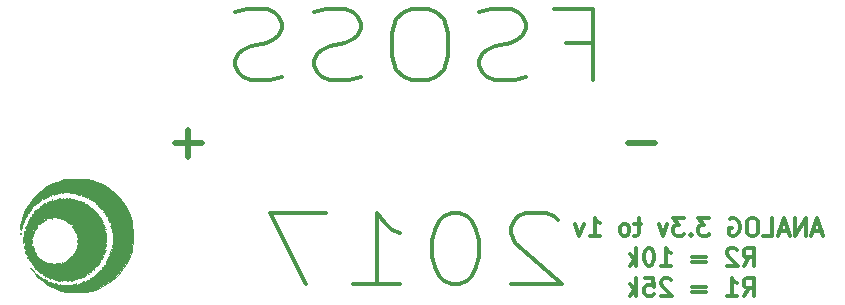
<source format=gbr>
G04 #@! TF.FileFunction,Legend,Bot*
%FSLAX46Y46*%
G04 Gerber Fmt 4.6, Leading zero omitted, Abs format (unit mm)*
G04 Created by KiCad (PCBNEW 4.0.6) date Fri Aug 18 15:25:10 2017*
%MOMM*%
%LPD*%
G01*
G04 APERTURE LIST*
%ADD10C,0.100000*%
%ADD11C,0.300000*%
%ADD12C,0.500000*%
%ADD13C,0.010000*%
G04 APERTURE END LIST*
D10*
D11*
X199960001Y-46053714D02*
X199626667Y-45768000D01*
X198960001Y-45482286D01*
X197293334Y-45482286D01*
X196626667Y-45768000D01*
X196293334Y-46053714D01*
X195960001Y-46625143D01*
X195960001Y-47196571D01*
X196293334Y-48053714D01*
X200293334Y-51482286D01*
X195960001Y-51482286D01*
X191626667Y-45482286D02*
X190960000Y-45482286D01*
X190293334Y-45768000D01*
X189960000Y-46053714D01*
X189626667Y-46625143D01*
X189293334Y-47768000D01*
X189293334Y-49196571D01*
X189626667Y-50339429D01*
X189960000Y-50910857D01*
X190293334Y-51196571D01*
X190960000Y-51482286D01*
X191626667Y-51482286D01*
X192293334Y-51196571D01*
X192626667Y-50910857D01*
X192960000Y-50339429D01*
X193293334Y-49196571D01*
X193293334Y-47768000D01*
X192960000Y-46625143D01*
X192626667Y-46053714D01*
X192293334Y-45768000D01*
X191626667Y-45482286D01*
X182626667Y-51482286D02*
X186626667Y-51482286D01*
X184626667Y-51482286D02*
X184626667Y-45482286D01*
X185293333Y-46339429D01*
X185960000Y-46910857D01*
X186626667Y-47196571D01*
X180293333Y-45482286D02*
X175626666Y-45482286D01*
X178626666Y-51482286D01*
X222292285Y-46976000D02*
X221577999Y-46976000D01*
X222435142Y-47404571D02*
X221935142Y-45904571D01*
X221435142Y-47404571D01*
X220935142Y-47404571D02*
X220935142Y-45904571D01*
X220077999Y-47404571D01*
X220077999Y-45904571D01*
X219435142Y-46976000D02*
X218720856Y-46976000D01*
X219577999Y-47404571D02*
X219077999Y-45904571D01*
X218577999Y-47404571D01*
X217363713Y-47404571D02*
X218077999Y-47404571D01*
X218077999Y-45904571D01*
X216577999Y-45904571D02*
X216292285Y-45904571D01*
X216149427Y-45976000D01*
X216006570Y-46118857D01*
X215935142Y-46404571D01*
X215935142Y-46904571D01*
X216006570Y-47190286D01*
X216149427Y-47333143D01*
X216292285Y-47404571D01*
X216577999Y-47404571D01*
X216720856Y-47333143D01*
X216863713Y-47190286D01*
X216935142Y-46904571D01*
X216935142Y-46404571D01*
X216863713Y-46118857D01*
X216720856Y-45976000D01*
X216577999Y-45904571D01*
X214506570Y-45976000D02*
X214649427Y-45904571D01*
X214863713Y-45904571D01*
X215077998Y-45976000D01*
X215220856Y-46118857D01*
X215292284Y-46261714D01*
X215363713Y-46547429D01*
X215363713Y-46761714D01*
X215292284Y-47047429D01*
X215220856Y-47190286D01*
X215077998Y-47333143D01*
X214863713Y-47404571D01*
X214720856Y-47404571D01*
X214506570Y-47333143D01*
X214435141Y-47261714D01*
X214435141Y-46761714D01*
X214720856Y-46761714D01*
X212792284Y-45904571D02*
X211863713Y-45904571D01*
X212363713Y-46476000D01*
X212149427Y-46476000D01*
X212006570Y-46547429D01*
X211935141Y-46618857D01*
X211863713Y-46761714D01*
X211863713Y-47118857D01*
X211935141Y-47261714D01*
X212006570Y-47333143D01*
X212149427Y-47404571D01*
X212577999Y-47404571D01*
X212720856Y-47333143D01*
X212792284Y-47261714D01*
X211220856Y-47261714D02*
X211149428Y-47333143D01*
X211220856Y-47404571D01*
X211292285Y-47333143D01*
X211220856Y-47261714D01*
X211220856Y-47404571D01*
X210649427Y-45904571D02*
X209720856Y-45904571D01*
X210220856Y-46476000D01*
X210006570Y-46476000D01*
X209863713Y-46547429D01*
X209792284Y-46618857D01*
X209720856Y-46761714D01*
X209720856Y-47118857D01*
X209792284Y-47261714D01*
X209863713Y-47333143D01*
X210006570Y-47404571D01*
X210435142Y-47404571D01*
X210577999Y-47333143D01*
X210649427Y-47261714D01*
X209220856Y-46404571D02*
X208863713Y-47404571D01*
X208506571Y-46404571D01*
X207006571Y-46404571D02*
X206435142Y-46404571D01*
X206792285Y-45904571D02*
X206792285Y-47190286D01*
X206720857Y-47333143D01*
X206577999Y-47404571D01*
X206435142Y-47404571D01*
X205720856Y-47404571D02*
X205863714Y-47333143D01*
X205935142Y-47261714D01*
X206006571Y-47118857D01*
X206006571Y-46690286D01*
X205935142Y-46547429D01*
X205863714Y-46476000D01*
X205720856Y-46404571D01*
X205506571Y-46404571D01*
X205363714Y-46476000D01*
X205292285Y-46547429D01*
X205220856Y-46690286D01*
X205220856Y-47118857D01*
X205292285Y-47261714D01*
X205363714Y-47333143D01*
X205506571Y-47404571D01*
X205720856Y-47404571D01*
X202649428Y-47404571D02*
X203506571Y-47404571D01*
X203077999Y-47404571D02*
X203077999Y-45904571D01*
X203220856Y-46118857D01*
X203363714Y-46261714D01*
X203506571Y-46333143D01*
X202149428Y-46404571D02*
X201792285Y-47404571D01*
X201435143Y-46404571D01*
X215685142Y-49954571D02*
X216185142Y-49240286D01*
X216542285Y-49954571D02*
X216542285Y-48454571D01*
X215970857Y-48454571D01*
X215827999Y-48526000D01*
X215756571Y-48597429D01*
X215685142Y-48740286D01*
X215685142Y-48954571D01*
X215756571Y-49097429D01*
X215827999Y-49168857D01*
X215970857Y-49240286D01*
X216542285Y-49240286D01*
X215113714Y-48597429D02*
X215042285Y-48526000D01*
X214899428Y-48454571D01*
X214542285Y-48454571D01*
X214399428Y-48526000D01*
X214327999Y-48597429D01*
X214256571Y-48740286D01*
X214256571Y-48883143D01*
X214327999Y-49097429D01*
X215185142Y-49954571D01*
X214256571Y-49954571D01*
X212470857Y-49168857D02*
X211328000Y-49168857D01*
X211328000Y-49597429D02*
X212470857Y-49597429D01*
X208685143Y-49954571D02*
X209542286Y-49954571D01*
X209113714Y-49954571D02*
X209113714Y-48454571D01*
X209256571Y-48668857D01*
X209399429Y-48811714D01*
X209542286Y-48883143D01*
X207756572Y-48454571D02*
X207613715Y-48454571D01*
X207470858Y-48526000D01*
X207399429Y-48597429D01*
X207328000Y-48740286D01*
X207256572Y-49026000D01*
X207256572Y-49383143D01*
X207328000Y-49668857D01*
X207399429Y-49811714D01*
X207470858Y-49883143D01*
X207613715Y-49954571D01*
X207756572Y-49954571D01*
X207899429Y-49883143D01*
X207970858Y-49811714D01*
X208042286Y-49668857D01*
X208113715Y-49383143D01*
X208113715Y-49026000D01*
X208042286Y-48740286D01*
X207970858Y-48597429D01*
X207899429Y-48526000D01*
X207756572Y-48454571D01*
X206613715Y-49954571D02*
X206613715Y-48454571D01*
X206470858Y-49383143D02*
X206042287Y-49954571D01*
X206042287Y-48954571D02*
X206613715Y-49526000D01*
X215685142Y-52504571D02*
X216185142Y-51790286D01*
X216542285Y-52504571D02*
X216542285Y-51004571D01*
X215970857Y-51004571D01*
X215827999Y-51076000D01*
X215756571Y-51147429D01*
X215685142Y-51290286D01*
X215685142Y-51504571D01*
X215756571Y-51647429D01*
X215827999Y-51718857D01*
X215970857Y-51790286D01*
X216542285Y-51790286D01*
X214256571Y-52504571D02*
X215113714Y-52504571D01*
X214685142Y-52504571D02*
X214685142Y-51004571D01*
X214827999Y-51218857D01*
X214970857Y-51361714D01*
X215113714Y-51433143D01*
X212470857Y-51718857D02*
X211328000Y-51718857D01*
X211328000Y-52147429D02*
X212470857Y-52147429D01*
X209542286Y-51147429D02*
X209470857Y-51076000D01*
X209328000Y-51004571D01*
X208970857Y-51004571D01*
X208828000Y-51076000D01*
X208756571Y-51147429D01*
X208685143Y-51290286D01*
X208685143Y-51433143D01*
X208756571Y-51647429D01*
X209613714Y-52504571D01*
X208685143Y-52504571D01*
X207328000Y-51004571D02*
X208042286Y-51004571D01*
X208113715Y-51718857D01*
X208042286Y-51647429D01*
X207899429Y-51576000D01*
X207542286Y-51576000D01*
X207399429Y-51647429D01*
X207328000Y-51718857D01*
X207256572Y-51861714D01*
X207256572Y-52218857D01*
X207328000Y-52361714D01*
X207399429Y-52433143D01*
X207542286Y-52504571D01*
X207899429Y-52504571D01*
X208042286Y-52433143D01*
X208113715Y-52361714D01*
X206613715Y-52504571D02*
X206613715Y-51004571D01*
X206470858Y-51933143D02*
X206042287Y-52504571D01*
X206042287Y-51504571D02*
X206613715Y-52076000D01*
D12*
X167513143Y-39584286D02*
X169798857Y-39584286D01*
X168656000Y-40727143D02*
X168656000Y-38441429D01*
X205867143Y-39584286D02*
X208152857Y-39584286D01*
D11*
X200626667Y-31067429D02*
X202960000Y-31067429D01*
X202960000Y-34210286D02*
X202960000Y-28210286D01*
X199626667Y-28210286D01*
X197293334Y-33924571D02*
X196293334Y-34210286D01*
X194626667Y-34210286D01*
X193960000Y-33924571D01*
X193626667Y-33638857D01*
X193293334Y-33067429D01*
X193293334Y-32496000D01*
X193626667Y-31924571D01*
X193960000Y-31638857D01*
X194626667Y-31353143D01*
X195960000Y-31067429D01*
X196626667Y-30781714D01*
X196960000Y-30496000D01*
X197293334Y-29924571D01*
X197293334Y-29353143D01*
X196960000Y-28781714D01*
X196626667Y-28496000D01*
X195960000Y-28210286D01*
X194293334Y-28210286D01*
X193293334Y-28496000D01*
X188960000Y-28210286D02*
X187626667Y-28210286D01*
X186960000Y-28496000D01*
X186293333Y-29067429D01*
X185960000Y-30210286D01*
X185960000Y-32210286D01*
X186293333Y-33353143D01*
X186960000Y-33924571D01*
X187626667Y-34210286D01*
X188960000Y-34210286D01*
X189626667Y-33924571D01*
X190293333Y-33353143D01*
X190626667Y-32210286D01*
X190626667Y-30210286D01*
X190293333Y-29067429D01*
X189626667Y-28496000D01*
X188960000Y-28210286D01*
X183293334Y-33924571D02*
X182293334Y-34210286D01*
X180626667Y-34210286D01*
X179960000Y-33924571D01*
X179626667Y-33638857D01*
X179293334Y-33067429D01*
X179293334Y-32496000D01*
X179626667Y-31924571D01*
X179960000Y-31638857D01*
X180626667Y-31353143D01*
X181960000Y-31067429D01*
X182626667Y-30781714D01*
X182960000Y-30496000D01*
X183293334Y-29924571D01*
X183293334Y-29353143D01*
X182960000Y-28781714D01*
X182626667Y-28496000D01*
X181960000Y-28210286D01*
X180293334Y-28210286D01*
X179293334Y-28496000D01*
X176626667Y-33924571D02*
X175626667Y-34210286D01*
X173960000Y-34210286D01*
X173293333Y-33924571D01*
X172960000Y-33638857D01*
X172626667Y-33067429D01*
X172626667Y-32496000D01*
X172960000Y-31924571D01*
X173293333Y-31638857D01*
X173960000Y-31353143D01*
X175293333Y-31067429D01*
X175960000Y-30781714D01*
X176293333Y-30496000D01*
X176626667Y-29924571D01*
X176626667Y-29353143D01*
X176293333Y-28781714D01*
X175960000Y-28496000D01*
X175293333Y-28210286D01*
X173626667Y-28210286D01*
X172626667Y-28496000D01*
D13*
G36*
X158722124Y-52183344D02*
X158305798Y-52138507D01*
X157906862Y-52051580D01*
X157471588Y-51913148D01*
X157353000Y-51870202D01*
X157139678Y-51773506D01*
X156884556Y-51630441D01*
X156609531Y-51456749D01*
X156336497Y-51268170D01*
X156087348Y-51080447D01*
X155883980Y-50909320D01*
X155748285Y-50770530D01*
X155702000Y-50683211D01*
X155731215Y-50614059D01*
X155811884Y-50653520D01*
X155874334Y-50720625D01*
X155926881Y-50773628D01*
X155916770Y-50736500D01*
X155893350Y-50675139D01*
X155942686Y-50702217D01*
X155974862Y-50727820D01*
X156043322Y-50823121D01*
X156042851Y-50831750D01*
X156019500Y-50831750D01*
X155987750Y-50800000D01*
X155956000Y-50831750D01*
X155987750Y-50863500D01*
X156019500Y-50831750D01*
X156042851Y-50831750D01*
X156040134Y-50881487D01*
X156045388Y-50922063D01*
X156099691Y-50909816D01*
X156218546Y-50922932D01*
X156284733Y-50978400D01*
X156336223Y-51051874D01*
X156300889Y-51041385D01*
X156270508Y-51022250D01*
X156236650Y-51009916D01*
X156292406Y-51068947D01*
X156293418Y-51069875D01*
X156500708Y-51182915D01*
X156670375Y-51188520D01*
X156715660Y-51229942D01*
X156718000Y-51251294D01*
X156763751Y-51294890D01*
X156807995Y-51287054D01*
X156905236Y-51304366D01*
X156933002Y-51343760D01*
X157009675Y-51424951D01*
X157049383Y-51434028D01*
X157088341Y-51413688D01*
X157035500Y-51364538D01*
X156979735Y-51317308D01*
X157035046Y-51326910D01*
X157056569Y-51333760D01*
X157168009Y-51365421D01*
X157203192Y-51371501D01*
X157207366Y-51411736D01*
X157198712Y-51427781D01*
X157221142Y-51485692D01*
X157290302Y-51517109D01*
X157375800Y-51521089D01*
X157381091Y-51492579D01*
X157404126Y-51447572D01*
X157480000Y-51435000D01*
X157573098Y-51460035D01*
X157569527Y-51507762D01*
X157572904Y-51552433D01*
X157680421Y-51541269D01*
X157698100Y-51536966D01*
X157811018Y-51521539D01*
X157839470Y-51545464D01*
X157839358Y-51545646D01*
X157883170Y-51569011D01*
X158027586Y-51587801D01*
X158246224Y-51599254D01*
X158371139Y-51601342D01*
X158623348Y-51597023D01*
X158806118Y-51582242D01*
X158895829Y-51559402D01*
X158899851Y-51547601D01*
X158929795Y-51520437D01*
X159054720Y-51527007D01*
X159102179Y-51534990D01*
X159261552Y-51552718D01*
X159303901Y-51523914D01*
X159298842Y-51513211D01*
X159310757Y-51472324D01*
X159394842Y-51482675D01*
X159489164Y-51492936D01*
X159483361Y-51440180D01*
X159479763Y-51434212D01*
X159465390Y-51376923D01*
X159531544Y-51389780D01*
X159647603Y-51399569D01*
X159791926Y-51372016D01*
X159919896Y-51321955D01*
X159986897Y-51264222D01*
X159984877Y-51239042D01*
X160001846Y-51210574D01*
X160058869Y-51224269D01*
X160133274Y-51234802D01*
X160122369Y-51192519D01*
X160119532Y-51143427D01*
X160161400Y-51151379D01*
X160270768Y-51139941D01*
X160371073Y-51082443D01*
X160433546Y-51024036D01*
X160407064Y-51027353D01*
X160348827Y-51039379D01*
X160361473Y-51003085D01*
X160450275Y-50956281D01*
X160482444Y-50962239D01*
X160570011Y-50940441D01*
X160715539Y-50852943D01*
X160890787Y-50723199D01*
X161067515Y-50574662D01*
X161217480Y-50430784D01*
X161312441Y-50315018D01*
X161329865Y-50258499D01*
X161347583Y-50156597D01*
X161404900Y-50090268D01*
X161475855Y-50038852D01*
X161463609Y-50069768D01*
X161417000Y-50133250D01*
X161355554Y-50219710D01*
X161376947Y-50215709D01*
X161435765Y-50170702D01*
X161513203Y-50068344D01*
X161517914Y-49998111D01*
X161530386Y-49896831D01*
X161556585Y-49871473D01*
X161598170Y-49868768D01*
X161580853Y-49917064D01*
X161579151Y-49942665D01*
X161639607Y-49879250D01*
X161767594Y-49695910D01*
X161883516Y-49481593D01*
X161970766Y-49273746D01*
X162012739Y-49109813D01*
X162008786Y-49046773D01*
X161998439Y-48972145D01*
X162039348Y-48982431D01*
X162101914Y-48966394D01*
X162150988Y-48868071D01*
X162172849Y-48732173D01*
X162154826Y-48606094D01*
X162148285Y-48539187D01*
X162172509Y-48541738D01*
X162229856Y-48518931D01*
X162261109Y-48449699D01*
X162265089Y-48364201D01*
X162236579Y-48358910D01*
X162187667Y-48340436D01*
X162179001Y-48291751D01*
X162208405Y-48222835D01*
X162241427Y-48227587D01*
X162275113Y-48211738D01*
X162296609Y-48106481D01*
X162307083Y-47899736D01*
X162307182Y-47848432D01*
X162337750Y-47879000D01*
X162369500Y-47847250D01*
X162337750Y-47815500D01*
X162307187Y-47846063D01*
X162307701Y-47579419D01*
X162307325Y-47545625D01*
X162296872Y-47278359D01*
X162272432Y-47129837D01*
X162232610Y-47092428D01*
X162225127Y-47095988D01*
X162194682Y-47070833D01*
X162206626Y-46946085D01*
X162210751Y-46926500D01*
X162228157Y-46787236D01*
X162197088Y-46756865D01*
X162192445Y-46759442D01*
X162120212Y-46745440D01*
X162090404Y-46698692D01*
X162055043Y-46579254D01*
X162070306Y-46553611D01*
X162115501Y-46609000D01*
X162164795Y-46668277D01*
X162177815Y-46610503D01*
X162178028Y-46596113D01*
X162154145Y-46450870D01*
X162095027Y-46311199D01*
X162023090Y-46218794D01*
X161969404Y-46208053D01*
X161936320Y-46206282D01*
X161952530Y-46171329D01*
X161951693Y-46084158D01*
X161910181Y-45933277D01*
X161845124Y-45762261D01*
X161773654Y-45614683D01*
X161712902Y-45534116D01*
X161700191Y-45529500D01*
X161699645Y-45577078D01*
X161740039Y-45672375D01*
X161782273Y-45765566D01*
X161758331Y-45762121D01*
X161733806Y-45740109D01*
X161665404Y-45619130D01*
X161644086Y-45517859D01*
X161603648Y-45405684D01*
X161541428Y-45391917D01*
X161484040Y-45387871D01*
X161494141Y-45367693D01*
X161508707Y-45284867D01*
X161461823Y-45185052D01*
X161387243Y-45121612D01*
X161340503Y-45124783D01*
X161299634Y-45129009D01*
X161310202Y-45103687D01*
X161290029Y-45028202D01*
X161195914Y-44905557D01*
X161057000Y-44762769D01*
X160902433Y-44626855D01*
X160761357Y-44524829D01*
X160662915Y-44483709D01*
X160645567Y-44487581D01*
X160601718Y-44495458D01*
X160617187Y-44459812D01*
X160611119Y-44394937D01*
X160509033Y-44373556D01*
X160443906Y-44380554D01*
X160419243Y-44350173D01*
X160429505Y-44328253D01*
X160406381Y-44265629D01*
X160303015Y-44192557D01*
X160162448Y-44129085D01*
X160027723Y-44095262D01*
X159949881Y-44104841D01*
X159903737Y-44116112D01*
X159925356Y-44068021D01*
X159939620Y-44011403D01*
X159868369Y-44025732D01*
X159794657Y-44035452D01*
X159796700Y-44007200D01*
X159766528Y-43956712D01*
X159645411Y-43898708D01*
X159468269Y-43842607D01*
X159270022Y-43797826D01*
X159085592Y-43773783D01*
X158951985Y-43779397D01*
X158847746Y-43795370D01*
X158860022Y-43767069D01*
X158871032Y-43759434D01*
X158857551Y-43732568D01*
X158749231Y-43711921D01*
X158578121Y-43698327D01*
X158376269Y-43692618D01*
X158175721Y-43695630D01*
X158008525Y-43708193D01*
X157957264Y-43719750D01*
X157861000Y-43719750D01*
X157829250Y-43688000D01*
X157797500Y-43719750D01*
X157829250Y-43751500D01*
X157861000Y-43719750D01*
X157957264Y-43719750D01*
X157906729Y-43731143D01*
X157901096Y-43734215D01*
X157789797Y-43761240D01*
X157638789Y-43762289D01*
X157518188Y-43759350D01*
X157508473Y-43786780D01*
X157543500Y-43816413D01*
X157594446Y-43863254D01*
X157537756Y-43858145D01*
X157501276Y-43848345D01*
X157351899Y-43831972D01*
X157203769Y-43851858D01*
X157098222Y-43897139D01*
X157076595Y-43956950D01*
X157078106Y-43959565D01*
X157073052Y-44000058D01*
X157013045Y-43986104D01*
X156905638Y-43984253D01*
X156758809Y-44023328D01*
X156614847Y-44085545D01*
X156516041Y-44153118D01*
X156499506Y-44202077D01*
X156483475Y-44273051D01*
X156455225Y-44296674D01*
X156410689Y-44305225D01*
X156426187Y-44269312D01*
X156438145Y-44204154D01*
X156420123Y-44196973D01*
X156299196Y-44241407D01*
X156200277Y-44336379D01*
X156176825Y-44400059D01*
X156161860Y-44418250D01*
X156146500Y-44418250D01*
X156114750Y-44386500D01*
X156083000Y-44418250D01*
X156114750Y-44450000D01*
X156146500Y-44418250D01*
X156161860Y-44418250D01*
X156125753Y-44462139D01*
X156074171Y-44465037D01*
X155957495Y-44496893D01*
X155885097Y-44560287D01*
X155830268Y-44635115D01*
X155859053Y-44624849D01*
X155924250Y-44577000D01*
X156010565Y-44515705D01*
X156007202Y-44536419D01*
X155964681Y-44592176D01*
X155874016Y-44665406D01*
X155820197Y-44666810D01*
X155745453Y-44686054D01*
X155627487Y-44773838D01*
X155499322Y-44897139D01*
X155393982Y-45022932D01*
X155344492Y-45118192D01*
X155347310Y-45139697D01*
X155332820Y-45218849D01*
X155272676Y-45284181D01*
X155199137Y-45337876D01*
X155210049Y-45308400D01*
X155257500Y-45243750D01*
X155318947Y-45157291D01*
X155297554Y-45161292D01*
X155238736Y-45206299D01*
X155161298Y-45308657D01*
X155156587Y-45378890D01*
X155144115Y-45480170D01*
X155117916Y-45505528D01*
X155078004Y-45510823D01*
X155098750Y-45466001D01*
X155115451Y-45412808D01*
X155075604Y-45428933D01*
X155005818Y-45507863D01*
X154915424Y-45653753D01*
X154823418Y-45828799D01*
X154748794Y-45995196D01*
X154710546Y-46115141D01*
X154713481Y-46149648D01*
X154745746Y-46134769D01*
X154749500Y-46101000D01*
X154768130Y-46043638D01*
X154782745Y-46049579D01*
X154797270Y-46128524D01*
X154754144Y-46216764D01*
X154687174Y-46255264D01*
X154668556Y-46248969D01*
X154628125Y-46254003D01*
X154642732Y-46316132D01*
X154652450Y-46390037D01*
X154622729Y-46386892D01*
X154588127Y-46411242D01*
X154593914Y-46539060D01*
X154597053Y-46558219D01*
X154613345Y-46688370D01*
X154593729Y-46709931D01*
X154559375Y-46672500D01*
X154510403Y-46625614D01*
X154503666Y-46681909D01*
X154513106Y-46749954D01*
X154516457Y-46862809D01*
X154486327Y-46889081D01*
X154438631Y-46789944D01*
X154438122Y-46598211D01*
X154479440Y-46336902D01*
X154557222Y-46029038D01*
X154666106Y-45697641D01*
X154800729Y-45365732D01*
X154880046Y-45198747D01*
X155234487Y-44611292D01*
X155676506Y-44068708D01*
X156184021Y-43591977D01*
X156734951Y-43202081D01*
X157257750Y-42939483D01*
X157552414Y-42821636D01*
X157784424Y-42735783D01*
X157983519Y-42676964D01*
X158179439Y-42640218D01*
X158401920Y-42620584D01*
X158680704Y-42613102D01*
X159045527Y-42612810D01*
X159211661Y-42613547D01*
X159630110Y-42617370D01*
X159947410Y-42626091D01*
X160189390Y-42642198D01*
X160381877Y-42668176D01*
X160550701Y-42706511D01*
X160718500Y-42758608D01*
X161420402Y-43061369D01*
X162064783Y-43468308D01*
X162639170Y-43966756D01*
X163131096Y-44544043D01*
X163528088Y-45187499D01*
X163817676Y-45884456D01*
X163828367Y-45918100D01*
X163892531Y-46210390D01*
X163937106Y-46593238D01*
X163962055Y-47033349D01*
X163967345Y-47497432D01*
X163952939Y-47952192D01*
X163918804Y-48364338D01*
X163864904Y-48700576D01*
X163831422Y-48827052D01*
X163550137Y-49536767D01*
X163182795Y-50160794D01*
X162717682Y-50715530D01*
X162143087Y-51217370D01*
X162101617Y-51248589D01*
X161557041Y-51615941D01*
X161029051Y-51883700D01*
X160485252Y-52062471D01*
X159893249Y-52162862D01*
X159220648Y-52195478D01*
X159209572Y-52195506D01*
X158722124Y-52183344D01*
X158722124Y-52183344D01*
G37*
X158722124Y-52183344D02*
X158305798Y-52138507D01*
X157906862Y-52051580D01*
X157471588Y-51913148D01*
X157353000Y-51870202D01*
X157139678Y-51773506D01*
X156884556Y-51630441D01*
X156609531Y-51456749D01*
X156336497Y-51268170D01*
X156087348Y-51080447D01*
X155883980Y-50909320D01*
X155748285Y-50770530D01*
X155702000Y-50683211D01*
X155731215Y-50614059D01*
X155811884Y-50653520D01*
X155874334Y-50720625D01*
X155926881Y-50773628D01*
X155916770Y-50736500D01*
X155893350Y-50675139D01*
X155942686Y-50702217D01*
X155974862Y-50727820D01*
X156043322Y-50823121D01*
X156042851Y-50831750D01*
X156019500Y-50831750D01*
X155987750Y-50800000D01*
X155956000Y-50831750D01*
X155987750Y-50863500D01*
X156019500Y-50831750D01*
X156042851Y-50831750D01*
X156040134Y-50881487D01*
X156045388Y-50922063D01*
X156099691Y-50909816D01*
X156218546Y-50922932D01*
X156284733Y-50978400D01*
X156336223Y-51051874D01*
X156300889Y-51041385D01*
X156270508Y-51022250D01*
X156236650Y-51009916D01*
X156292406Y-51068947D01*
X156293418Y-51069875D01*
X156500708Y-51182915D01*
X156670375Y-51188520D01*
X156715660Y-51229942D01*
X156718000Y-51251294D01*
X156763751Y-51294890D01*
X156807995Y-51287054D01*
X156905236Y-51304366D01*
X156933002Y-51343760D01*
X157009675Y-51424951D01*
X157049383Y-51434028D01*
X157088341Y-51413688D01*
X157035500Y-51364538D01*
X156979735Y-51317308D01*
X157035046Y-51326910D01*
X157056569Y-51333760D01*
X157168009Y-51365421D01*
X157203192Y-51371501D01*
X157207366Y-51411736D01*
X157198712Y-51427781D01*
X157221142Y-51485692D01*
X157290302Y-51517109D01*
X157375800Y-51521089D01*
X157381091Y-51492579D01*
X157404126Y-51447572D01*
X157480000Y-51435000D01*
X157573098Y-51460035D01*
X157569527Y-51507762D01*
X157572904Y-51552433D01*
X157680421Y-51541269D01*
X157698100Y-51536966D01*
X157811018Y-51521539D01*
X157839470Y-51545464D01*
X157839358Y-51545646D01*
X157883170Y-51569011D01*
X158027586Y-51587801D01*
X158246224Y-51599254D01*
X158371139Y-51601342D01*
X158623348Y-51597023D01*
X158806118Y-51582242D01*
X158895829Y-51559402D01*
X158899851Y-51547601D01*
X158929795Y-51520437D01*
X159054720Y-51527007D01*
X159102179Y-51534990D01*
X159261552Y-51552718D01*
X159303901Y-51523914D01*
X159298842Y-51513211D01*
X159310757Y-51472324D01*
X159394842Y-51482675D01*
X159489164Y-51492936D01*
X159483361Y-51440180D01*
X159479763Y-51434212D01*
X159465390Y-51376923D01*
X159531544Y-51389780D01*
X159647603Y-51399569D01*
X159791926Y-51372016D01*
X159919896Y-51321955D01*
X159986897Y-51264222D01*
X159984877Y-51239042D01*
X160001846Y-51210574D01*
X160058869Y-51224269D01*
X160133274Y-51234802D01*
X160122369Y-51192519D01*
X160119532Y-51143427D01*
X160161400Y-51151379D01*
X160270768Y-51139941D01*
X160371073Y-51082443D01*
X160433546Y-51024036D01*
X160407064Y-51027353D01*
X160348827Y-51039379D01*
X160361473Y-51003085D01*
X160450275Y-50956281D01*
X160482444Y-50962239D01*
X160570011Y-50940441D01*
X160715539Y-50852943D01*
X160890787Y-50723199D01*
X161067515Y-50574662D01*
X161217480Y-50430784D01*
X161312441Y-50315018D01*
X161329865Y-50258499D01*
X161347583Y-50156597D01*
X161404900Y-50090268D01*
X161475855Y-50038852D01*
X161463609Y-50069768D01*
X161417000Y-50133250D01*
X161355554Y-50219710D01*
X161376947Y-50215709D01*
X161435765Y-50170702D01*
X161513203Y-50068344D01*
X161517914Y-49998111D01*
X161530386Y-49896831D01*
X161556585Y-49871473D01*
X161598170Y-49868768D01*
X161580853Y-49917064D01*
X161579151Y-49942665D01*
X161639607Y-49879250D01*
X161767594Y-49695910D01*
X161883516Y-49481593D01*
X161970766Y-49273746D01*
X162012739Y-49109813D01*
X162008786Y-49046773D01*
X161998439Y-48972145D01*
X162039348Y-48982431D01*
X162101914Y-48966394D01*
X162150988Y-48868071D01*
X162172849Y-48732173D01*
X162154826Y-48606094D01*
X162148285Y-48539187D01*
X162172509Y-48541738D01*
X162229856Y-48518931D01*
X162261109Y-48449699D01*
X162265089Y-48364201D01*
X162236579Y-48358910D01*
X162187667Y-48340436D01*
X162179001Y-48291751D01*
X162208405Y-48222835D01*
X162241427Y-48227587D01*
X162275113Y-48211738D01*
X162296609Y-48106481D01*
X162307083Y-47899736D01*
X162307182Y-47848432D01*
X162337750Y-47879000D01*
X162369500Y-47847250D01*
X162337750Y-47815500D01*
X162307187Y-47846063D01*
X162307701Y-47579419D01*
X162307325Y-47545625D01*
X162296872Y-47278359D01*
X162272432Y-47129837D01*
X162232610Y-47092428D01*
X162225127Y-47095988D01*
X162194682Y-47070833D01*
X162206626Y-46946085D01*
X162210751Y-46926500D01*
X162228157Y-46787236D01*
X162197088Y-46756865D01*
X162192445Y-46759442D01*
X162120212Y-46745440D01*
X162090404Y-46698692D01*
X162055043Y-46579254D01*
X162070306Y-46553611D01*
X162115501Y-46609000D01*
X162164795Y-46668277D01*
X162177815Y-46610503D01*
X162178028Y-46596113D01*
X162154145Y-46450870D01*
X162095027Y-46311199D01*
X162023090Y-46218794D01*
X161969404Y-46208053D01*
X161936320Y-46206282D01*
X161952530Y-46171329D01*
X161951693Y-46084158D01*
X161910181Y-45933277D01*
X161845124Y-45762261D01*
X161773654Y-45614683D01*
X161712902Y-45534116D01*
X161700191Y-45529500D01*
X161699645Y-45577078D01*
X161740039Y-45672375D01*
X161782273Y-45765566D01*
X161758331Y-45762121D01*
X161733806Y-45740109D01*
X161665404Y-45619130D01*
X161644086Y-45517859D01*
X161603648Y-45405684D01*
X161541428Y-45391917D01*
X161484040Y-45387871D01*
X161494141Y-45367693D01*
X161508707Y-45284867D01*
X161461823Y-45185052D01*
X161387243Y-45121612D01*
X161340503Y-45124783D01*
X161299634Y-45129009D01*
X161310202Y-45103687D01*
X161290029Y-45028202D01*
X161195914Y-44905557D01*
X161057000Y-44762769D01*
X160902433Y-44626855D01*
X160761357Y-44524829D01*
X160662915Y-44483709D01*
X160645567Y-44487581D01*
X160601718Y-44495458D01*
X160617187Y-44459812D01*
X160611119Y-44394937D01*
X160509033Y-44373556D01*
X160443906Y-44380554D01*
X160419243Y-44350173D01*
X160429505Y-44328253D01*
X160406381Y-44265629D01*
X160303015Y-44192557D01*
X160162448Y-44129085D01*
X160027723Y-44095262D01*
X159949881Y-44104841D01*
X159903737Y-44116112D01*
X159925356Y-44068021D01*
X159939620Y-44011403D01*
X159868369Y-44025732D01*
X159794657Y-44035452D01*
X159796700Y-44007200D01*
X159766528Y-43956712D01*
X159645411Y-43898708D01*
X159468269Y-43842607D01*
X159270022Y-43797826D01*
X159085592Y-43773783D01*
X158951985Y-43779397D01*
X158847746Y-43795370D01*
X158860022Y-43767069D01*
X158871032Y-43759434D01*
X158857551Y-43732568D01*
X158749231Y-43711921D01*
X158578121Y-43698327D01*
X158376269Y-43692618D01*
X158175721Y-43695630D01*
X158008525Y-43708193D01*
X157957264Y-43719750D01*
X157861000Y-43719750D01*
X157829250Y-43688000D01*
X157797500Y-43719750D01*
X157829250Y-43751500D01*
X157861000Y-43719750D01*
X157957264Y-43719750D01*
X157906729Y-43731143D01*
X157901096Y-43734215D01*
X157789797Y-43761240D01*
X157638789Y-43762289D01*
X157518188Y-43759350D01*
X157508473Y-43786780D01*
X157543500Y-43816413D01*
X157594446Y-43863254D01*
X157537756Y-43858145D01*
X157501276Y-43848345D01*
X157351899Y-43831972D01*
X157203769Y-43851858D01*
X157098222Y-43897139D01*
X157076595Y-43956950D01*
X157078106Y-43959565D01*
X157073052Y-44000058D01*
X157013045Y-43986104D01*
X156905638Y-43984253D01*
X156758809Y-44023328D01*
X156614847Y-44085545D01*
X156516041Y-44153118D01*
X156499506Y-44202077D01*
X156483475Y-44273051D01*
X156455225Y-44296674D01*
X156410689Y-44305225D01*
X156426187Y-44269312D01*
X156438145Y-44204154D01*
X156420123Y-44196973D01*
X156299196Y-44241407D01*
X156200277Y-44336379D01*
X156176825Y-44400059D01*
X156161860Y-44418250D01*
X156146500Y-44418250D01*
X156114750Y-44386500D01*
X156083000Y-44418250D01*
X156114750Y-44450000D01*
X156146500Y-44418250D01*
X156161860Y-44418250D01*
X156125753Y-44462139D01*
X156074171Y-44465037D01*
X155957495Y-44496893D01*
X155885097Y-44560287D01*
X155830268Y-44635115D01*
X155859053Y-44624849D01*
X155924250Y-44577000D01*
X156010565Y-44515705D01*
X156007202Y-44536419D01*
X155964681Y-44592176D01*
X155874016Y-44665406D01*
X155820197Y-44666810D01*
X155745453Y-44686054D01*
X155627487Y-44773838D01*
X155499322Y-44897139D01*
X155393982Y-45022932D01*
X155344492Y-45118192D01*
X155347310Y-45139697D01*
X155332820Y-45218849D01*
X155272676Y-45284181D01*
X155199137Y-45337876D01*
X155210049Y-45308400D01*
X155257500Y-45243750D01*
X155318947Y-45157291D01*
X155297554Y-45161292D01*
X155238736Y-45206299D01*
X155161298Y-45308657D01*
X155156587Y-45378890D01*
X155144115Y-45480170D01*
X155117916Y-45505528D01*
X155078004Y-45510823D01*
X155098750Y-45466001D01*
X155115451Y-45412808D01*
X155075604Y-45428933D01*
X155005818Y-45507863D01*
X154915424Y-45653753D01*
X154823418Y-45828799D01*
X154748794Y-45995196D01*
X154710546Y-46115141D01*
X154713481Y-46149648D01*
X154745746Y-46134769D01*
X154749500Y-46101000D01*
X154768130Y-46043638D01*
X154782745Y-46049579D01*
X154797270Y-46128524D01*
X154754144Y-46216764D01*
X154687174Y-46255264D01*
X154668556Y-46248969D01*
X154628125Y-46254003D01*
X154642732Y-46316132D01*
X154652450Y-46390037D01*
X154622729Y-46386892D01*
X154588127Y-46411242D01*
X154593914Y-46539060D01*
X154597053Y-46558219D01*
X154613345Y-46688370D01*
X154593729Y-46709931D01*
X154559375Y-46672500D01*
X154510403Y-46625614D01*
X154503666Y-46681909D01*
X154513106Y-46749954D01*
X154516457Y-46862809D01*
X154486327Y-46889081D01*
X154438631Y-46789944D01*
X154438122Y-46598211D01*
X154479440Y-46336902D01*
X154557222Y-46029038D01*
X154666106Y-45697641D01*
X154800729Y-45365732D01*
X154880046Y-45198747D01*
X155234487Y-44611292D01*
X155676506Y-44068708D01*
X156184021Y-43591977D01*
X156734951Y-43202081D01*
X157257750Y-42939483D01*
X157552414Y-42821636D01*
X157784424Y-42735783D01*
X157983519Y-42676964D01*
X158179439Y-42640218D01*
X158401920Y-42620584D01*
X158680704Y-42613102D01*
X159045527Y-42612810D01*
X159211661Y-42613547D01*
X159630110Y-42617370D01*
X159947410Y-42626091D01*
X160189390Y-42642198D01*
X160381877Y-42668176D01*
X160550701Y-42706511D01*
X160718500Y-42758608D01*
X161420402Y-43061369D01*
X162064783Y-43468308D01*
X162639170Y-43966756D01*
X163131096Y-44544043D01*
X163528088Y-45187499D01*
X163817676Y-45884456D01*
X163828367Y-45918100D01*
X163892531Y-46210390D01*
X163937106Y-46593238D01*
X163962055Y-47033349D01*
X163967345Y-47497432D01*
X163952939Y-47952192D01*
X163918804Y-48364338D01*
X163864904Y-48700576D01*
X163831422Y-48827052D01*
X163550137Y-49536767D01*
X163182795Y-50160794D01*
X162717682Y-50715530D01*
X162143087Y-51217370D01*
X162101617Y-51248589D01*
X161557041Y-51615941D01*
X161029051Y-51883700D01*
X160485252Y-52062471D01*
X159893249Y-52162862D01*
X159220648Y-52195478D01*
X159209572Y-52195506D01*
X158722124Y-52183344D01*
G36*
X158686500Y-43783250D02*
X158718250Y-43751500D01*
X158750000Y-43783250D01*
X158718250Y-43815000D01*
X158686500Y-43783250D01*
X158686500Y-43783250D01*
G37*
X158686500Y-43783250D02*
X158718250Y-43751500D01*
X158750000Y-43783250D01*
X158718250Y-43815000D01*
X158686500Y-43783250D01*
G36*
X157988000Y-43783250D02*
X158019750Y-43751500D01*
X158051500Y-43783250D01*
X158019750Y-43815000D01*
X157988000Y-43783250D01*
X157988000Y-43783250D01*
G37*
X157988000Y-43783250D02*
X158019750Y-43751500D01*
X158051500Y-43783250D01*
X158019750Y-43815000D01*
X157988000Y-43783250D01*
G36*
X159152167Y-43857334D02*
X159160884Y-43819583D01*
X159194500Y-43815000D01*
X159246768Y-43838234D01*
X159236834Y-43857334D01*
X159161474Y-43864934D01*
X159152167Y-43857334D01*
X159152167Y-43857334D01*
G37*
X159152167Y-43857334D02*
X159160884Y-43819583D01*
X159194500Y-43815000D01*
X159246768Y-43838234D01*
X159236834Y-43857334D01*
X159161474Y-43864934D01*
X159152167Y-43857334D01*
G36*
X159338698Y-43916865D02*
X159357637Y-43888004D01*
X159422042Y-43883514D01*
X159489799Y-43899022D01*
X159460407Y-43921878D01*
X159361164Y-43929448D01*
X159338698Y-43916865D01*
X159338698Y-43916865D01*
G37*
X159338698Y-43916865D02*
X159357637Y-43888004D01*
X159422042Y-43883514D01*
X159489799Y-43899022D01*
X159460407Y-43921878D01*
X159361164Y-43929448D01*
X159338698Y-43916865D01*
G36*
X157289500Y-43910250D02*
X157321250Y-43878500D01*
X157353000Y-43910250D01*
X157321250Y-43942000D01*
X157289500Y-43910250D01*
X157289500Y-43910250D01*
G37*
X157289500Y-43910250D02*
X157321250Y-43878500D01*
X157353000Y-43910250D01*
X157321250Y-43942000D01*
X157289500Y-43910250D01*
G36*
X159639000Y-43973750D02*
X159670750Y-43942000D01*
X159702500Y-43973750D01*
X159670750Y-44005500D01*
X159639000Y-43973750D01*
X159639000Y-43973750D01*
G37*
X159639000Y-43973750D02*
X159670750Y-43942000D01*
X159702500Y-43973750D01*
X159670750Y-44005500D01*
X159639000Y-43973750D01*
G36*
X156748070Y-44120237D02*
X156767126Y-44073001D01*
X156826387Y-44041333D01*
X156900573Y-44022000D01*
X156870138Y-44068517D01*
X156861934Y-44076880D01*
X156778678Y-44127038D01*
X156748070Y-44120237D01*
X156748070Y-44120237D01*
G37*
X156748070Y-44120237D02*
X156767126Y-44073001D01*
X156826387Y-44041333D01*
X156900573Y-44022000D01*
X156870138Y-44068517D01*
X156861934Y-44076880D01*
X156778678Y-44127038D01*
X156748070Y-44120237D01*
G36*
X160083500Y-44164250D02*
X160115250Y-44132500D01*
X160147000Y-44164250D01*
X160115250Y-44196000D01*
X160083500Y-44164250D01*
X160083500Y-44164250D01*
G37*
X160083500Y-44164250D02*
X160115250Y-44132500D01*
X160147000Y-44164250D01*
X160115250Y-44196000D01*
X160083500Y-44164250D01*
G36*
X156591000Y-44164250D02*
X156622750Y-44132500D01*
X156654500Y-44164250D01*
X156622750Y-44196000D01*
X156591000Y-44164250D01*
X156591000Y-44164250D01*
G37*
X156591000Y-44164250D02*
X156622750Y-44132500D01*
X156654500Y-44164250D01*
X156622750Y-44196000D01*
X156591000Y-44164250D01*
G36*
X158438669Y-51225966D02*
X158481618Y-51191233D01*
X158475554Y-51162187D01*
X158362856Y-51146194D01*
X158249614Y-51144581D01*
X158063381Y-51158772D01*
X157975801Y-51191414D01*
X157974561Y-51212750D01*
X157965293Y-51230181D01*
X157904402Y-51188654D01*
X157732183Y-51129282D01*
X157558838Y-51139230D01*
X157415823Y-51155693D01*
X157384965Y-51138484D01*
X157416500Y-51110565D01*
X157456942Y-51069563D01*
X157390566Y-51071264D01*
X157331805Y-51083160D01*
X157211366Y-51095023D01*
X157189484Y-51061713D01*
X157159270Y-51014493D01*
X157050720Y-50963228D01*
X156910916Y-50923874D01*
X156786936Y-50912383D01*
X156760906Y-50916477D01*
X156735504Y-50891133D01*
X156744955Y-50871259D01*
X156720337Y-50815843D01*
X156619688Y-50758663D01*
X156492296Y-50718536D01*
X156387452Y-50714281D01*
X156363968Y-50725811D01*
X156345851Y-50722870D01*
X156362317Y-50688875D01*
X156366991Y-50614705D01*
X156340748Y-50601563D01*
X156222610Y-50586677D01*
X156215292Y-50585688D01*
X156120990Y-50536165D01*
X156104167Y-50519945D01*
X156098006Y-50493703D01*
X156146500Y-50516259D01*
X156207881Y-50543996D01*
X156181600Y-50496838D01*
X156154600Y-50462940D01*
X156064469Y-50380991D01*
X155994278Y-50357433D01*
X155978868Y-50398439D01*
X155996192Y-50434875D01*
X156004583Y-50473195D01*
X155936440Y-50427100D01*
X155847034Y-50340988D01*
X155837614Y-50303003D01*
X155908375Y-50330242D01*
X155923639Y-50320806D01*
X155863988Y-50241021D01*
X155833807Y-50206990D01*
X155718114Y-50089691D01*
X155653035Y-50041207D01*
X155653208Y-50068385D01*
X155710100Y-50149125D01*
X155765001Y-50224327D01*
X155732295Y-50208718D01*
X155686825Y-50173681D01*
X155610539Y-50087986D01*
X155604273Y-50042009D01*
X155588865Y-49969385D01*
X155517271Y-49841760D01*
X155414299Y-49692783D01*
X155304760Y-49556102D01*
X155213465Y-49465368D01*
X155167937Y-49450231D01*
X155150836Y-49439088D01*
X155169685Y-49374773D01*
X155184646Y-49291656D01*
X155145679Y-49298369D01*
X155055837Y-49294574D01*
X155029827Y-49267225D01*
X155021276Y-49222689D01*
X155057189Y-49238187D01*
X155120096Y-49247522D01*
X155121508Y-49184498D01*
X155062828Y-49087089D01*
X155051125Y-49074161D01*
X154981939Y-48970072D01*
X154970501Y-48926750D01*
X154952229Y-48763928D01*
X154911831Y-48597873D01*
X154862216Y-48469233D01*
X154816292Y-48418652D01*
X154809792Y-48420733D01*
X154758638Y-48403817D01*
X154749500Y-48355250D01*
X154772896Y-48282083D01*
X154798294Y-48282661D01*
X154822219Y-48246244D01*
X154825159Y-48119101D01*
X154819501Y-48048284D01*
X154799923Y-47893480D01*
X154780660Y-47853371D01*
X154753289Y-47915954D01*
X154745287Y-47942500D01*
X154717882Y-48006341D01*
X154701352Y-47962104D01*
X154692955Y-47800942D01*
X154692330Y-47771623D01*
X154700709Y-47577013D01*
X154729061Y-47438644D01*
X154753218Y-47400453D01*
X154790377Y-47312472D01*
X154781115Y-47158580D01*
X154765932Y-47035608D01*
X154791772Y-47031692D01*
X154800902Y-47043907D01*
X154847014Y-47068094D01*
X154885553Y-46981303D01*
X154903085Y-46899952D01*
X154920355Y-46729108D01*
X154906660Y-46608673D01*
X154901519Y-46598109D01*
X154894497Y-46556426D01*
X154940980Y-46577856D01*
X154997598Y-46592120D01*
X154983269Y-46520869D01*
X154973543Y-46446859D01*
X155004228Y-46450700D01*
X155058169Y-46431826D01*
X155083687Y-46300531D01*
X155084173Y-46181059D01*
X155120160Y-46133724D01*
X155148461Y-46143851D01*
X155188330Y-46138208D01*
X155173769Y-46076369D01*
X155163236Y-46001964D01*
X155205519Y-46012869D01*
X155252665Y-46015045D01*
X155239315Y-45954701D01*
X155239383Y-45845036D01*
X155270085Y-45807473D01*
X155311670Y-45804768D01*
X155294353Y-45853064D01*
X155291324Y-45880102D01*
X155346007Y-45821771D01*
X155406897Y-45706261D01*
X155404405Y-45637334D01*
X155405824Y-45602799D01*
X155430994Y-45614240D01*
X155516201Y-45607441D01*
X155595780Y-45531612D01*
X155622873Y-45437844D01*
X155614174Y-45414512D01*
X155631546Y-45337484D01*
X155720683Y-45224700D01*
X155735708Y-45210162D01*
X155839454Y-45124042D01*
X155891187Y-45103325D01*
X155892500Y-45107916D01*
X155938807Y-45117667D01*
X156021279Y-45084049D01*
X156106710Y-45008147D01*
X156111809Y-44953241D01*
X156109103Y-44903172D01*
X156125906Y-44903008D01*
X156230165Y-44891364D01*
X156329131Y-44837802D01*
X156369409Y-44773894D01*
X156365088Y-44761574D01*
X156382316Y-44733485D01*
X156439369Y-44747269D01*
X156513272Y-44759630D01*
X156496356Y-44704980D01*
X156478991Y-44650456D01*
X156511959Y-44662645D01*
X156610282Y-44680706D01*
X156708750Y-44650172D01*
X156752767Y-44592398D01*
X156746088Y-44571074D01*
X156763316Y-44542985D01*
X156820369Y-44556769D01*
X156894774Y-44567302D01*
X156883869Y-44525019D01*
X156881721Y-44478358D01*
X156947369Y-44493269D01*
X157021584Y-44503053D01*
X157016089Y-44469965D01*
X157033533Y-44429805D01*
X157142110Y-44436630D01*
X157255467Y-44441894D01*
X157269110Y-44404880D01*
X157288308Y-44366477D01*
X157396110Y-44373130D01*
X157512334Y-44378578D01*
X157519765Y-44335969D01*
X157535239Y-44293773D01*
X157665128Y-44297786D01*
X157692755Y-44302010D01*
X157859459Y-44307596D01*
X157951485Y-44267196D01*
X157951925Y-44266499D01*
X158034958Y-44200169D01*
X158058996Y-44196000D01*
X158093478Y-44235099D01*
X158083369Y-44259309D01*
X158097437Y-44290847D01*
X158210755Y-44259309D01*
X158362123Y-44206834D01*
X158418490Y-44206482D01*
X158400999Y-44258994D01*
X158396835Y-44265836D01*
X158392518Y-44303912D01*
X158479829Y-44268146D01*
X158484163Y-44265836D01*
X158609446Y-44210319D01*
X158675458Y-44200937D01*
X158657529Y-44237914D01*
X158623000Y-44264570D01*
X158588623Y-44305568D01*
X158658595Y-44315957D01*
X158761421Y-44308618D01*
X158906221Y-44307434D01*
X158961610Y-44335070D01*
X158958359Y-44345478D01*
X158981903Y-44379228D01*
X159087891Y-44373130D01*
X159201753Y-44367848D01*
X159214399Y-44405676D01*
X159228699Y-44444338D01*
X159311659Y-44434175D01*
X159407204Y-44427219D01*
X159406421Y-44466714D01*
X159410593Y-44507936D01*
X159473132Y-44493269D01*
X159547639Y-44483032D01*
X159537577Y-44523489D01*
X159542296Y-44568260D01*
X159653347Y-44555285D01*
X159657388Y-44554278D01*
X159792196Y-44544550D01*
X159860657Y-44576040D01*
X159848304Y-44612667D01*
X159785174Y-44601267D01*
X159758731Y-44606041D01*
X159826723Y-44662492D01*
X159878660Y-44697244D01*
X160015280Y-44777276D01*
X160115693Y-44823401D01*
X160156579Y-44828284D01*
X160114616Y-44784585D01*
X160083500Y-44761694D01*
X160020459Y-44711583D01*
X160063757Y-44715060D01*
X160083500Y-44720333D01*
X160168137Y-44782975D01*
X160178750Y-44819194D01*
X160224495Y-44907975D01*
X160328111Y-44994136D01*
X160439175Y-45043580D01*
X160498090Y-45035134D01*
X160527918Y-45032399D01*
X160521473Y-45053250D01*
X160548787Y-45127849D01*
X160564138Y-45148500D01*
X155880434Y-45148500D01*
X155819190Y-45190231D01*
X155733750Y-45275500D01*
X155660418Y-45367488D01*
X155650567Y-45402500D01*
X155711811Y-45360770D01*
X155797250Y-45275500D01*
X155870583Y-45183513D01*
X155880434Y-45148500D01*
X160564138Y-45148500D01*
X160646647Y-45259490D01*
X160777415Y-45402500D01*
X160900514Y-45522411D01*
X160959210Y-45569974D01*
X160942040Y-45536068D01*
X160936998Y-45529500D01*
X160813750Y-45370750D01*
X160952343Y-45487842D01*
X161042824Y-45598579D01*
X161059139Y-45687794D01*
X161064124Y-45720000D01*
X156348871Y-45720000D01*
X156265148Y-45755956D01*
X156120279Y-45848318D01*
X156008778Y-45929442D01*
X155853380Y-46068952D01*
X155679644Y-46256593D01*
X155510580Y-46463072D01*
X155369197Y-46659100D01*
X155278504Y-46815385D01*
X155257500Y-46885809D01*
X155289249Y-46868757D01*
X155373483Y-46765770D01*
X155493688Y-46597534D01*
X155527375Y-46547777D01*
X155730780Y-46284568D01*
X155959873Y-46049832D01*
X156105809Y-45932563D01*
X156257739Y-45821162D01*
X156343998Y-45744204D01*
X156348871Y-45720000D01*
X161064124Y-45720000D01*
X161075012Y-45790333D01*
X161104983Y-45818639D01*
X161152328Y-45830921D01*
X161131251Y-45783501D01*
X161114673Y-45730078D01*
X161150416Y-45743973D01*
X161191519Y-45831303D01*
X161181186Y-45891201D01*
X161171624Y-45960812D01*
X161225521Y-45942856D01*
X161280045Y-45925491D01*
X161267856Y-45958459D01*
X161250171Y-46055524D01*
X161279291Y-46154780D01*
X161334674Y-46200991D01*
X161355767Y-46194850D01*
X161430141Y-46208690D01*
X161454174Y-46236776D01*
X161463313Y-46280695D01*
X161416021Y-46259145D01*
X161359586Y-46244848D01*
X161374459Y-46318027D01*
X161385054Y-46354518D01*
X158618841Y-46354518D01*
X158603073Y-46321635D01*
X158567600Y-46275625D01*
X158474915Y-46176903D01*
X158433543Y-46177333D01*
X158432500Y-46188475D01*
X158475895Y-46241481D01*
X158543625Y-46299600D01*
X158618841Y-46354518D01*
X161385054Y-46354518D01*
X161411155Y-46444413D01*
X161417001Y-46490942D01*
X161456113Y-46524221D01*
X161479773Y-46514200D01*
X161514819Y-46524957D01*
X161500732Y-46584369D01*
X161488371Y-46658272D01*
X161543021Y-46641356D01*
X161597436Y-46623977D01*
X161584195Y-46658837D01*
X161566628Y-46761093D01*
X161575118Y-46931675D01*
X161583324Y-46991305D01*
X161620711Y-47152215D01*
X161662002Y-47188337D01*
X161678969Y-47169782D01*
X161719823Y-47138666D01*
X161733479Y-47226531D01*
X161733528Y-47231873D01*
X161711099Y-47334179D01*
X161661189Y-47333187D01*
X161618250Y-47325175D01*
X161638511Y-47369803D01*
X161670415Y-47481831D01*
X161687968Y-47660874D01*
X161689143Y-47720250D01*
X161688154Y-47736546D01*
X159341161Y-47736546D01*
X159317554Y-47537955D01*
X159263531Y-47304759D01*
X159190317Y-47069308D01*
X159109133Y-46863949D01*
X159031201Y-46721030D01*
X158972016Y-46672500D01*
X158963014Y-46714946D01*
X158980692Y-46751875D01*
X158989083Y-46790195D01*
X158920940Y-46744100D01*
X158835055Y-46661390D01*
X158816486Y-46618280D01*
X158876025Y-46640149D01*
X158877000Y-46640750D01*
X158935758Y-46641368D01*
X158940500Y-46622590D01*
X158897308Y-46535949D01*
X158799707Y-46440955D01*
X158695660Y-46377588D01*
X158642845Y-46374486D01*
X158566156Y-46358067D01*
X158439416Y-46277690D01*
X158400719Y-46246737D01*
X158303133Y-46159439D01*
X158282652Y-46128462D01*
X158299437Y-46135593D01*
X158357590Y-46150538D01*
X158341243Y-46107460D01*
X158255360Y-46051973D01*
X158220873Y-46055126D01*
X158120781Y-46035529D01*
X158057548Y-45989120D01*
X157910777Y-45927397D01*
X157783950Y-45935436D01*
X157660372Y-45945340D01*
X157639341Y-45909544D01*
X157608279Y-45870456D01*
X157471634Y-45849308D01*
X157384750Y-45847000D01*
X157200831Y-45859351D01*
X157128664Y-45894650D01*
X157132324Y-45913046D01*
X157117927Y-45952277D01*
X157012443Y-45938758D01*
X156784572Y-45936305D01*
X156527136Y-46016751D01*
X156289954Y-46163863D01*
X156270502Y-46180524D01*
X156189909Y-46257041D01*
X156191365Y-46269170D01*
X156207002Y-46259750D01*
X156271038Y-46224934D01*
X156246967Y-46270133D01*
X156221233Y-46303601D01*
X156121003Y-46377321D01*
X156056781Y-46380086D01*
X155958497Y-46396158D01*
X155873329Y-46479250D01*
X155847175Y-46578592D01*
X155856320Y-46601831D01*
X155847910Y-46684593D01*
X155820225Y-46709674D01*
X155776289Y-46718761D01*
X155799629Y-46666437D01*
X155825724Y-46610176D01*
X155773526Y-46642123D01*
X155752899Y-46658625D01*
X155658367Y-46777585D01*
X155558090Y-46966238D01*
X155535310Y-47021750D01*
X155257500Y-47021750D01*
X155225750Y-46990000D01*
X155194000Y-47021750D01*
X155225750Y-47053500D01*
X155257500Y-47021750D01*
X155535310Y-47021750D01*
X155482244Y-47151065D01*
X155225493Y-47151065D01*
X155186297Y-47162851D01*
X155183304Y-47165797D01*
X155138541Y-47275571D01*
X155143978Y-47316182D01*
X155176695Y-47330923D01*
X155211068Y-47249091D01*
X155225493Y-47151065D01*
X155482244Y-47151065D01*
X155470296Y-47180180D01*
X155413214Y-47375006D01*
X155405016Y-47506092D01*
X155404399Y-47529750D01*
X155194000Y-47529750D01*
X155162250Y-47498000D01*
X154813000Y-47498000D01*
X154789767Y-47445733D01*
X154770667Y-47455667D01*
X154763067Y-47531027D01*
X154770667Y-47540334D01*
X154808418Y-47531617D01*
X154813000Y-47498000D01*
X155162250Y-47498000D01*
X155130500Y-47529750D01*
X155162250Y-47561500D01*
X155194000Y-47529750D01*
X155404399Y-47529750D01*
X155401971Y-47622770D01*
X155371438Y-47664824D01*
X155338790Y-47751284D01*
X155343423Y-47921998D01*
X155351402Y-47974250D01*
X155130500Y-47974250D01*
X155098750Y-47942500D01*
X155067000Y-47974250D01*
X155098750Y-48006000D01*
X155130500Y-47974250D01*
X155351402Y-47974250D01*
X155377327Y-48144009D01*
X155432493Y-48384358D01*
X155500909Y-48610090D01*
X155574567Y-48788246D01*
X155645455Y-48885871D01*
X155670427Y-48895000D01*
X155681768Y-48854420D01*
X155670250Y-48831500D01*
X155655021Y-48772170D01*
X155664269Y-48768000D01*
X155716044Y-48816914D01*
X155769602Y-48902663D01*
X155810707Y-48995045D01*
X155779451Y-48998801D01*
X155755961Y-48985554D01*
X155737718Y-48997183D01*
X155770295Y-49053750D01*
X155511500Y-49053750D01*
X155479750Y-49022000D01*
X155448000Y-49053750D01*
X155479750Y-49085500D01*
X155511500Y-49053750D01*
X155770295Y-49053750D01*
X155788503Y-49085365D01*
X155837384Y-49152516D01*
X155962369Y-49287948D01*
X156075276Y-49365177D01*
X156104821Y-49371987D01*
X156230160Y-49416828D01*
X156286937Y-49464175D01*
X156333006Y-49520753D01*
X156293377Y-49498733D01*
X156245436Y-49463438D01*
X156165138Y-49415290D01*
X156170088Y-49451077D01*
X156277413Y-49553538D01*
X156439669Y-49640454D01*
X156600841Y-49686622D01*
X156682228Y-49681507D01*
X156766520Y-49676403D01*
X156781500Y-49700956D01*
X156836811Y-49731762D01*
X156973665Y-49735248D01*
X157012417Y-49731541D01*
X157168011Y-49727187D01*
X157205890Y-49763670D01*
X157201692Y-49771960D01*
X157212776Y-49808288D01*
X157329731Y-49790235D01*
X157367231Y-49779919D01*
X157573175Y-49733175D01*
X157718306Y-49723928D01*
X157777545Y-49752494D01*
X157771420Y-49774827D01*
X157797963Y-49804545D01*
X157899888Y-49798178D01*
X158034558Y-49744310D01*
X158095121Y-49680715D01*
X158151039Y-49620220D01*
X158177054Y-49624356D01*
X158248962Y-49603978D01*
X158374579Y-49517690D01*
X158440275Y-49462080D01*
X158602114Y-49317002D01*
X158744084Y-49189910D01*
X158775631Y-49161714D01*
X158856090Y-49098526D01*
X158860805Y-49125816D01*
X158850297Y-49149000D01*
X158844119Y-49182442D01*
X158888478Y-49140214D01*
X158960430Y-49050225D01*
X159037025Y-48940385D01*
X159078489Y-48871463D01*
X159112211Y-48789180D01*
X159073354Y-48796133D01*
X159036819Y-48794355D01*
X159068723Y-48695686D01*
X159076304Y-48678787D01*
X159144759Y-48572706D01*
X159200578Y-48549506D01*
X159246998Y-48519736D01*
X159288893Y-48390764D01*
X159321457Y-48190387D01*
X159339883Y-47946403D01*
X159341161Y-47736546D01*
X161688154Y-47736546D01*
X161677753Y-47907878D01*
X161649348Y-48046929D01*
X161638511Y-48070698D01*
X161622883Y-48122808D01*
X161661189Y-48107314D01*
X161723564Y-48113509D01*
X161734500Y-48164751D01*
X161708090Y-48235788D01*
X161678932Y-48233152D01*
X161637367Y-48264069D01*
X161599393Y-48378035D01*
X161572592Y-48531160D01*
X161564913Y-48672750D01*
X159194500Y-48672750D01*
X159162750Y-48641000D01*
X159131000Y-48672750D01*
X159162750Y-48704500D01*
X159194500Y-48672750D01*
X161564913Y-48672750D01*
X161564543Y-48679556D01*
X161582827Y-48779334D01*
X161584195Y-48781664D01*
X161588426Y-48820349D01*
X161543021Y-48799145D01*
X161486403Y-48784881D01*
X161500732Y-48856132D01*
X161510680Y-48929599D01*
X161484940Y-48929494D01*
X161439446Y-48960769D01*
X161389534Y-49070078D01*
X161350825Y-49210046D01*
X161338937Y-49333300D01*
X161342977Y-49360095D01*
X161316499Y-49383927D01*
X161291574Y-49372223D01*
X161243884Y-49362895D01*
X161217170Y-49428619D01*
X161200870Y-49593500D01*
X161180534Y-49625250D01*
X161163000Y-49625250D01*
X161131250Y-49593500D01*
X161099500Y-49625250D01*
X161131250Y-49657000D01*
X161163000Y-49625250D01*
X161180534Y-49625250D01*
X161146734Y-49678020D01*
X161104708Y-49688750D01*
X161006095Y-49739971D01*
X160985429Y-49776964D01*
X160989241Y-49833046D01*
X161043638Y-49812400D01*
X161098554Y-49786565D01*
X161068715Y-49836249D01*
X161044100Y-49867061D01*
X161032374Y-49879250D01*
X156591000Y-49879250D01*
X156559250Y-49847500D01*
X156527500Y-49879250D01*
X156559250Y-49911000D01*
X156591000Y-49879250D01*
X161032374Y-49879250D01*
X160958665Y-49955868D01*
X160920294Y-49966873D01*
X160949408Y-49895125D01*
X160933304Y-49893312D01*
X160845158Y-49964618D01*
X160799608Y-50006250D01*
X157035500Y-50006250D01*
X157003750Y-49974500D01*
X156972000Y-50006250D01*
X157003750Y-50038000D01*
X157035500Y-50006250D01*
X160799608Y-50006250D01*
X160730131Y-50069750D01*
X157353000Y-50069750D01*
X157321250Y-50038000D01*
X157289500Y-50069750D01*
X157321250Y-50101500D01*
X157353000Y-50069750D01*
X160730131Y-50069750D01*
X160703992Y-50093640D01*
X160702347Y-50095198D01*
X160552051Y-50246182D01*
X160450315Y-50365001D01*
X160420066Y-50422223D01*
X160388295Y-50474305D01*
X160384460Y-50474864D01*
X160373207Y-50478543D01*
X160401000Y-50450750D01*
X160369250Y-50419000D01*
X160337500Y-50450750D01*
X160367243Y-50480493D01*
X160264177Y-50514186D01*
X160125443Y-50592240D01*
X160013317Y-50679364D01*
X159972839Y-50745829D01*
X159936448Y-50822403D01*
X159893000Y-50844522D01*
X159830126Y-50857562D01*
X159870298Y-50816739D01*
X159893000Y-50798845D01*
X159950175Y-50746597D01*
X159896950Y-50754330D01*
X159871932Y-50762260D01*
X159760492Y-50793921D01*
X159725309Y-50800000D01*
X159722246Y-50841024D01*
X159733801Y-50862773D01*
X159723044Y-50897819D01*
X159663632Y-50883732D01*
X159589233Y-50873786D01*
X159596921Y-50910287D01*
X159587386Y-50953324D01*
X159502159Y-50942826D01*
X159406785Y-50935914D01*
X159406909Y-50974576D01*
X159396433Y-51016771D01*
X159311659Y-51006326D01*
X159216285Y-50999414D01*
X159216409Y-51038076D01*
X159205933Y-51080271D01*
X159121159Y-51069826D01*
X159028232Y-51063110D01*
X159021367Y-51094227D01*
X158994289Y-51129307D01*
X158870419Y-51132225D01*
X158848296Y-51129908D01*
X158692885Y-51132029D01*
X158598385Y-51170286D01*
X158595003Y-51174929D01*
X158503172Y-51240083D01*
X158476378Y-51243528D01*
X158438669Y-51225966D01*
X158438669Y-51225966D01*
G37*
X158438669Y-51225966D02*
X158481618Y-51191233D01*
X158475554Y-51162187D01*
X158362856Y-51146194D01*
X158249614Y-51144581D01*
X158063381Y-51158772D01*
X157975801Y-51191414D01*
X157974561Y-51212750D01*
X157965293Y-51230181D01*
X157904402Y-51188654D01*
X157732183Y-51129282D01*
X157558838Y-51139230D01*
X157415823Y-51155693D01*
X157384965Y-51138484D01*
X157416500Y-51110565D01*
X157456942Y-51069563D01*
X157390566Y-51071264D01*
X157331805Y-51083160D01*
X157211366Y-51095023D01*
X157189484Y-51061713D01*
X157159270Y-51014493D01*
X157050720Y-50963228D01*
X156910916Y-50923874D01*
X156786936Y-50912383D01*
X156760906Y-50916477D01*
X156735504Y-50891133D01*
X156744955Y-50871259D01*
X156720337Y-50815843D01*
X156619688Y-50758663D01*
X156492296Y-50718536D01*
X156387452Y-50714281D01*
X156363968Y-50725811D01*
X156345851Y-50722870D01*
X156362317Y-50688875D01*
X156366991Y-50614705D01*
X156340748Y-50601563D01*
X156222610Y-50586677D01*
X156215292Y-50585688D01*
X156120990Y-50536165D01*
X156104167Y-50519945D01*
X156098006Y-50493703D01*
X156146500Y-50516259D01*
X156207881Y-50543996D01*
X156181600Y-50496838D01*
X156154600Y-50462940D01*
X156064469Y-50380991D01*
X155994278Y-50357433D01*
X155978868Y-50398439D01*
X155996192Y-50434875D01*
X156004583Y-50473195D01*
X155936440Y-50427100D01*
X155847034Y-50340988D01*
X155837614Y-50303003D01*
X155908375Y-50330242D01*
X155923639Y-50320806D01*
X155863988Y-50241021D01*
X155833807Y-50206990D01*
X155718114Y-50089691D01*
X155653035Y-50041207D01*
X155653208Y-50068385D01*
X155710100Y-50149125D01*
X155765001Y-50224327D01*
X155732295Y-50208718D01*
X155686825Y-50173681D01*
X155610539Y-50087986D01*
X155604273Y-50042009D01*
X155588865Y-49969385D01*
X155517271Y-49841760D01*
X155414299Y-49692783D01*
X155304760Y-49556102D01*
X155213465Y-49465368D01*
X155167937Y-49450231D01*
X155150836Y-49439088D01*
X155169685Y-49374773D01*
X155184646Y-49291656D01*
X155145679Y-49298369D01*
X155055837Y-49294574D01*
X155029827Y-49267225D01*
X155021276Y-49222689D01*
X155057189Y-49238187D01*
X155120096Y-49247522D01*
X155121508Y-49184498D01*
X155062828Y-49087089D01*
X155051125Y-49074161D01*
X154981939Y-48970072D01*
X154970501Y-48926750D01*
X154952229Y-48763928D01*
X154911831Y-48597873D01*
X154862216Y-48469233D01*
X154816292Y-48418652D01*
X154809792Y-48420733D01*
X154758638Y-48403817D01*
X154749500Y-48355250D01*
X154772896Y-48282083D01*
X154798294Y-48282661D01*
X154822219Y-48246244D01*
X154825159Y-48119101D01*
X154819501Y-48048284D01*
X154799923Y-47893480D01*
X154780660Y-47853371D01*
X154753289Y-47915954D01*
X154745287Y-47942500D01*
X154717882Y-48006341D01*
X154701352Y-47962104D01*
X154692955Y-47800942D01*
X154692330Y-47771623D01*
X154700709Y-47577013D01*
X154729061Y-47438644D01*
X154753218Y-47400453D01*
X154790377Y-47312472D01*
X154781115Y-47158580D01*
X154765932Y-47035608D01*
X154791772Y-47031692D01*
X154800902Y-47043907D01*
X154847014Y-47068094D01*
X154885553Y-46981303D01*
X154903085Y-46899952D01*
X154920355Y-46729108D01*
X154906660Y-46608673D01*
X154901519Y-46598109D01*
X154894497Y-46556426D01*
X154940980Y-46577856D01*
X154997598Y-46592120D01*
X154983269Y-46520869D01*
X154973543Y-46446859D01*
X155004228Y-46450700D01*
X155058169Y-46431826D01*
X155083687Y-46300531D01*
X155084173Y-46181059D01*
X155120160Y-46133724D01*
X155148461Y-46143851D01*
X155188330Y-46138208D01*
X155173769Y-46076369D01*
X155163236Y-46001964D01*
X155205519Y-46012869D01*
X155252665Y-46015045D01*
X155239315Y-45954701D01*
X155239383Y-45845036D01*
X155270085Y-45807473D01*
X155311670Y-45804768D01*
X155294353Y-45853064D01*
X155291324Y-45880102D01*
X155346007Y-45821771D01*
X155406897Y-45706261D01*
X155404405Y-45637334D01*
X155405824Y-45602799D01*
X155430994Y-45614240D01*
X155516201Y-45607441D01*
X155595780Y-45531612D01*
X155622873Y-45437844D01*
X155614174Y-45414512D01*
X155631546Y-45337484D01*
X155720683Y-45224700D01*
X155735708Y-45210162D01*
X155839454Y-45124042D01*
X155891187Y-45103325D01*
X155892500Y-45107916D01*
X155938807Y-45117667D01*
X156021279Y-45084049D01*
X156106710Y-45008147D01*
X156111809Y-44953241D01*
X156109103Y-44903172D01*
X156125906Y-44903008D01*
X156230165Y-44891364D01*
X156329131Y-44837802D01*
X156369409Y-44773894D01*
X156365088Y-44761574D01*
X156382316Y-44733485D01*
X156439369Y-44747269D01*
X156513272Y-44759630D01*
X156496356Y-44704980D01*
X156478991Y-44650456D01*
X156511959Y-44662645D01*
X156610282Y-44680706D01*
X156708750Y-44650172D01*
X156752767Y-44592398D01*
X156746088Y-44571074D01*
X156763316Y-44542985D01*
X156820369Y-44556769D01*
X156894774Y-44567302D01*
X156883869Y-44525019D01*
X156881721Y-44478358D01*
X156947369Y-44493269D01*
X157021584Y-44503053D01*
X157016089Y-44469965D01*
X157033533Y-44429805D01*
X157142110Y-44436630D01*
X157255467Y-44441894D01*
X157269110Y-44404880D01*
X157288308Y-44366477D01*
X157396110Y-44373130D01*
X157512334Y-44378578D01*
X157519765Y-44335969D01*
X157535239Y-44293773D01*
X157665128Y-44297786D01*
X157692755Y-44302010D01*
X157859459Y-44307596D01*
X157951485Y-44267196D01*
X157951925Y-44266499D01*
X158034958Y-44200169D01*
X158058996Y-44196000D01*
X158093478Y-44235099D01*
X158083369Y-44259309D01*
X158097437Y-44290847D01*
X158210755Y-44259309D01*
X158362123Y-44206834D01*
X158418490Y-44206482D01*
X158400999Y-44258994D01*
X158396835Y-44265836D01*
X158392518Y-44303912D01*
X158479829Y-44268146D01*
X158484163Y-44265836D01*
X158609446Y-44210319D01*
X158675458Y-44200937D01*
X158657529Y-44237914D01*
X158623000Y-44264570D01*
X158588623Y-44305568D01*
X158658595Y-44315957D01*
X158761421Y-44308618D01*
X158906221Y-44307434D01*
X158961610Y-44335070D01*
X158958359Y-44345478D01*
X158981903Y-44379228D01*
X159087891Y-44373130D01*
X159201753Y-44367848D01*
X159214399Y-44405676D01*
X159228699Y-44444338D01*
X159311659Y-44434175D01*
X159407204Y-44427219D01*
X159406421Y-44466714D01*
X159410593Y-44507936D01*
X159473132Y-44493269D01*
X159547639Y-44483032D01*
X159537577Y-44523489D01*
X159542296Y-44568260D01*
X159653347Y-44555285D01*
X159657388Y-44554278D01*
X159792196Y-44544550D01*
X159860657Y-44576040D01*
X159848304Y-44612667D01*
X159785174Y-44601267D01*
X159758731Y-44606041D01*
X159826723Y-44662492D01*
X159878660Y-44697244D01*
X160015280Y-44777276D01*
X160115693Y-44823401D01*
X160156579Y-44828284D01*
X160114616Y-44784585D01*
X160083500Y-44761694D01*
X160020459Y-44711583D01*
X160063757Y-44715060D01*
X160083500Y-44720333D01*
X160168137Y-44782975D01*
X160178750Y-44819194D01*
X160224495Y-44907975D01*
X160328111Y-44994136D01*
X160439175Y-45043580D01*
X160498090Y-45035134D01*
X160527918Y-45032399D01*
X160521473Y-45053250D01*
X160548787Y-45127849D01*
X160564138Y-45148500D01*
X155880434Y-45148500D01*
X155819190Y-45190231D01*
X155733750Y-45275500D01*
X155660418Y-45367488D01*
X155650567Y-45402500D01*
X155711811Y-45360770D01*
X155797250Y-45275500D01*
X155870583Y-45183513D01*
X155880434Y-45148500D01*
X160564138Y-45148500D01*
X160646647Y-45259490D01*
X160777415Y-45402500D01*
X160900514Y-45522411D01*
X160959210Y-45569974D01*
X160942040Y-45536068D01*
X160936998Y-45529500D01*
X160813750Y-45370750D01*
X160952343Y-45487842D01*
X161042824Y-45598579D01*
X161059139Y-45687794D01*
X161064124Y-45720000D01*
X156348871Y-45720000D01*
X156265148Y-45755956D01*
X156120279Y-45848318D01*
X156008778Y-45929442D01*
X155853380Y-46068952D01*
X155679644Y-46256593D01*
X155510580Y-46463072D01*
X155369197Y-46659100D01*
X155278504Y-46815385D01*
X155257500Y-46885809D01*
X155289249Y-46868757D01*
X155373483Y-46765770D01*
X155493688Y-46597534D01*
X155527375Y-46547777D01*
X155730780Y-46284568D01*
X155959873Y-46049832D01*
X156105809Y-45932563D01*
X156257739Y-45821162D01*
X156343998Y-45744204D01*
X156348871Y-45720000D01*
X161064124Y-45720000D01*
X161075012Y-45790333D01*
X161104983Y-45818639D01*
X161152328Y-45830921D01*
X161131251Y-45783501D01*
X161114673Y-45730078D01*
X161150416Y-45743973D01*
X161191519Y-45831303D01*
X161181186Y-45891201D01*
X161171624Y-45960812D01*
X161225521Y-45942856D01*
X161280045Y-45925491D01*
X161267856Y-45958459D01*
X161250171Y-46055524D01*
X161279291Y-46154780D01*
X161334674Y-46200991D01*
X161355767Y-46194850D01*
X161430141Y-46208690D01*
X161454174Y-46236776D01*
X161463313Y-46280695D01*
X161416021Y-46259145D01*
X161359586Y-46244848D01*
X161374459Y-46318027D01*
X161385054Y-46354518D01*
X158618841Y-46354518D01*
X158603073Y-46321635D01*
X158567600Y-46275625D01*
X158474915Y-46176903D01*
X158433543Y-46177333D01*
X158432500Y-46188475D01*
X158475895Y-46241481D01*
X158543625Y-46299600D01*
X158618841Y-46354518D01*
X161385054Y-46354518D01*
X161411155Y-46444413D01*
X161417001Y-46490942D01*
X161456113Y-46524221D01*
X161479773Y-46514200D01*
X161514819Y-46524957D01*
X161500732Y-46584369D01*
X161488371Y-46658272D01*
X161543021Y-46641356D01*
X161597436Y-46623977D01*
X161584195Y-46658837D01*
X161566628Y-46761093D01*
X161575118Y-46931675D01*
X161583324Y-46991305D01*
X161620711Y-47152215D01*
X161662002Y-47188337D01*
X161678969Y-47169782D01*
X161719823Y-47138666D01*
X161733479Y-47226531D01*
X161733528Y-47231873D01*
X161711099Y-47334179D01*
X161661189Y-47333187D01*
X161618250Y-47325175D01*
X161638511Y-47369803D01*
X161670415Y-47481831D01*
X161687968Y-47660874D01*
X161689143Y-47720250D01*
X161688154Y-47736546D01*
X159341161Y-47736546D01*
X159317554Y-47537955D01*
X159263531Y-47304759D01*
X159190317Y-47069308D01*
X159109133Y-46863949D01*
X159031201Y-46721030D01*
X158972016Y-46672500D01*
X158963014Y-46714946D01*
X158980692Y-46751875D01*
X158989083Y-46790195D01*
X158920940Y-46744100D01*
X158835055Y-46661390D01*
X158816486Y-46618280D01*
X158876025Y-46640149D01*
X158877000Y-46640750D01*
X158935758Y-46641368D01*
X158940500Y-46622590D01*
X158897308Y-46535949D01*
X158799707Y-46440955D01*
X158695660Y-46377588D01*
X158642845Y-46374486D01*
X158566156Y-46358067D01*
X158439416Y-46277690D01*
X158400719Y-46246737D01*
X158303133Y-46159439D01*
X158282652Y-46128462D01*
X158299437Y-46135593D01*
X158357590Y-46150538D01*
X158341243Y-46107460D01*
X158255360Y-46051973D01*
X158220873Y-46055126D01*
X158120781Y-46035529D01*
X158057548Y-45989120D01*
X157910777Y-45927397D01*
X157783950Y-45935436D01*
X157660372Y-45945340D01*
X157639341Y-45909544D01*
X157608279Y-45870456D01*
X157471634Y-45849308D01*
X157384750Y-45847000D01*
X157200831Y-45859351D01*
X157128664Y-45894650D01*
X157132324Y-45913046D01*
X157117927Y-45952277D01*
X157012443Y-45938758D01*
X156784572Y-45936305D01*
X156527136Y-46016751D01*
X156289954Y-46163863D01*
X156270502Y-46180524D01*
X156189909Y-46257041D01*
X156191365Y-46269170D01*
X156207002Y-46259750D01*
X156271038Y-46224934D01*
X156246967Y-46270133D01*
X156221233Y-46303601D01*
X156121003Y-46377321D01*
X156056781Y-46380086D01*
X155958497Y-46396158D01*
X155873329Y-46479250D01*
X155847175Y-46578592D01*
X155856320Y-46601831D01*
X155847910Y-46684593D01*
X155820225Y-46709674D01*
X155776289Y-46718761D01*
X155799629Y-46666437D01*
X155825724Y-46610176D01*
X155773526Y-46642123D01*
X155752899Y-46658625D01*
X155658367Y-46777585D01*
X155558090Y-46966238D01*
X155535310Y-47021750D01*
X155257500Y-47021750D01*
X155225750Y-46990000D01*
X155194000Y-47021750D01*
X155225750Y-47053500D01*
X155257500Y-47021750D01*
X155535310Y-47021750D01*
X155482244Y-47151065D01*
X155225493Y-47151065D01*
X155186297Y-47162851D01*
X155183304Y-47165797D01*
X155138541Y-47275571D01*
X155143978Y-47316182D01*
X155176695Y-47330923D01*
X155211068Y-47249091D01*
X155225493Y-47151065D01*
X155482244Y-47151065D01*
X155470296Y-47180180D01*
X155413214Y-47375006D01*
X155405016Y-47506092D01*
X155404399Y-47529750D01*
X155194000Y-47529750D01*
X155162250Y-47498000D01*
X154813000Y-47498000D01*
X154789767Y-47445733D01*
X154770667Y-47455667D01*
X154763067Y-47531027D01*
X154770667Y-47540334D01*
X154808418Y-47531617D01*
X154813000Y-47498000D01*
X155162250Y-47498000D01*
X155130500Y-47529750D01*
X155162250Y-47561500D01*
X155194000Y-47529750D01*
X155404399Y-47529750D01*
X155401971Y-47622770D01*
X155371438Y-47664824D01*
X155338790Y-47751284D01*
X155343423Y-47921998D01*
X155351402Y-47974250D01*
X155130500Y-47974250D01*
X155098750Y-47942500D01*
X155067000Y-47974250D01*
X155098750Y-48006000D01*
X155130500Y-47974250D01*
X155351402Y-47974250D01*
X155377327Y-48144009D01*
X155432493Y-48384358D01*
X155500909Y-48610090D01*
X155574567Y-48788246D01*
X155645455Y-48885871D01*
X155670427Y-48895000D01*
X155681768Y-48854420D01*
X155670250Y-48831500D01*
X155655021Y-48772170D01*
X155664269Y-48768000D01*
X155716044Y-48816914D01*
X155769602Y-48902663D01*
X155810707Y-48995045D01*
X155779451Y-48998801D01*
X155755961Y-48985554D01*
X155737718Y-48997183D01*
X155770295Y-49053750D01*
X155511500Y-49053750D01*
X155479750Y-49022000D01*
X155448000Y-49053750D01*
X155479750Y-49085500D01*
X155511500Y-49053750D01*
X155770295Y-49053750D01*
X155788503Y-49085365D01*
X155837384Y-49152516D01*
X155962369Y-49287948D01*
X156075276Y-49365177D01*
X156104821Y-49371987D01*
X156230160Y-49416828D01*
X156286937Y-49464175D01*
X156333006Y-49520753D01*
X156293377Y-49498733D01*
X156245436Y-49463438D01*
X156165138Y-49415290D01*
X156170088Y-49451077D01*
X156277413Y-49553538D01*
X156439669Y-49640454D01*
X156600841Y-49686622D01*
X156682228Y-49681507D01*
X156766520Y-49676403D01*
X156781500Y-49700956D01*
X156836811Y-49731762D01*
X156973665Y-49735248D01*
X157012417Y-49731541D01*
X157168011Y-49727187D01*
X157205890Y-49763670D01*
X157201692Y-49771960D01*
X157212776Y-49808288D01*
X157329731Y-49790235D01*
X157367231Y-49779919D01*
X157573175Y-49733175D01*
X157718306Y-49723928D01*
X157777545Y-49752494D01*
X157771420Y-49774827D01*
X157797963Y-49804545D01*
X157899888Y-49798178D01*
X158034558Y-49744310D01*
X158095121Y-49680715D01*
X158151039Y-49620220D01*
X158177054Y-49624356D01*
X158248962Y-49603978D01*
X158374579Y-49517690D01*
X158440275Y-49462080D01*
X158602114Y-49317002D01*
X158744084Y-49189910D01*
X158775631Y-49161714D01*
X158856090Y-49098526D01*
X158860805Y-49125816D01*
X158850297Y-49149000D01*
X158844119Y-49182442D01*
X158888478Y-49140214D01*
X158960430Y-49050225D01*
X159037025Y-48940385D01*
X159078489Y-48871463D01*
X159112211Y-48789180D01*
X159073354Y-48796133D01*
X159036819Y-48794355D01*
X159068723Y-48695686D01*
X159076304Y-48678787D01*
X159144759Y-48572706D01*
X159200578Y-48549506D01*
X159246998Y-48519736D01*
X159288893Y-48390764D01*
X159321457Y-48190387D01*
X159339883Y-47946403D01*
X159341161Y-47736546D01*
X161688154Y-47736546D01*
X161677753Y-47907878D01*
X161649348Y-48046929D01*
X161638511Y-48070698D01*
X161622883Y-48122808D01*
X161661189Y-48107314D01*
X161723564Y-48113509D01*
X161734500Y-48164751D01*
X161708090Y-48235788D01*
X161678932Y-48233152D01*
X161637367Y-48264069D01*
X161599393Y-48378035D01*
X161572592Y-48531160D01*
X161564913Y-48672750D01*
X159194500Y-48672750D01*
X159162750Y-48641000D01*
X159131000Y-48672750D01*
X159162750Y-48704500D01*
X159194500Y-48672750D01*
X161564913Y-48672750D01*
X161564543Y-48679556D01*
X161582827Y-48779334D01*
X161584195Y-48781664D01*
X161588426Y-48820349D01*
X161543021Y-48799145D01*
X161486403Y-48784881D01*
X161500732Y-48856132D01*
X161510680Y-48929599D01*
X161484940Y-48929494D01*
X161439446Y-48960769D01*
X161389534Y-49070078D01*
X161350825Y-49210046D01*
X161338937Y-49333300D01*
X161342977Y-49360095D01*
X161316499Y-49383927D01*
X161291574Y-49372223D01*
X161243884Y-49362895D01*
X161217170Y-49428619D01*
X161200870Y-49593500D01*
X161180534Y-49625250D01*
X161163000Y-49625250D01*
X161131250Y-49593500D01*
X161099500Y-49625250D01*
X161131250Y-49657000D01*
X161163000Y-49625250D01*
X161180534Y-49625250D01*
X161146734Y-49678020D01*
X161104708Y-49688750D01*
X161006095Y-49739971D01*
X160985429Y-49776964D01*
X160989241Y-49833046D01*
X161043638Y-49812400D01*
X161098554Y-49786565D01*
X161068715Y-49836249D01*
X161044100Y-49867061D01*
X161032374Y-49879250D01*
X156591000Y-49879250D01*
X156559250Y-49847500D01*
X156527500Y-49879250D01*
X156559250Y-49911000D01*
X156591000Y-49879250D01*
X161032374Y-49879250D01*
X160958665Y-49955868D01*
X160920294Y-49966873D01*
X160949408Y-49895125D01*
X160933304Y-49893312D01*
X160845158Y-49964618D01*
X160799608Y-50006250D01*
X157035500Y-50006250D01*
X157003750Y-49974500D01*
X156972000Y-50006250D01*
X157003750Y-50038000D01*
X157035500Y-50006250D01*
X160799608Y-50006250D01*
X160730131Y-50069750D01*
X157353000Y-50069750D01*
X157321250Y-50038000D01*
X157289500Y-50069750D01*
X157321250Y-50101500D01*
X157353000Y-50069750D01*
X160730131Y-50069750D01*
X160703992Y-50093640D01*
X160702347Y-50095198D01*
X160552051Y-50246182D01*
X160450315Y-50365001D01*
X160420066Y-50422223D01*
X160388295Y-50474305D01*
X160384460Y-50474864D01*
X160373207Y-50478543D01*
X160401000Y-50450750D01*
X160369250Y-50419000D01*
X160337500Y-50450750D01*
X160367243Y-50480493D01*
X160264177Y-50514186D01*
X160125443Y-50592240D01*
X160013317Y-50679364D01*
X159972839Y-50745829D01*
X159936448Y-50822403D01*
X159893000Y-50844522D01*
X159830126Y-50857562D01*
X159870298Y-50816739D01*
X159893000Y-50798845D01*
X159950175Y-50746597D01*
X159896950Y-50754330D01*
X159871932Y-50762260D01*
X159760492Y-50793921D01*
X159725309Y-50800000D01*
X159722246Y-50841024D01*
X159733801Y-50862773D01*
X159723044Y-50897819D01*
X159663632Y-50883732D01*
X159589233Y-50873786D01*
X159596921Y-50910287D01*
X159587386Y-50953324D01*
X159502159Y-50942826D01*
X159406785Y-50935914D01*
X159406909Y-50974576D01*
X159396433Y-51016771D01*
X159311659Y-51006326D01*
X159216285Y-50999414D01*
X159216409Y-51038076D01*
X159205933Y-51080271D01*
X159121159Y-51069826D01*
X159028232Y-51063110D01*
X159021367Y-51094227D01*
X158994289Y-51129307D01*
X158870419Y-51132225D01*
X158848296Y-51129908D01*
X158692885Y-51132029D01*
X158598385Y-51170286D01*
X158595003Y-51174929D01*
X158503172Y-51240083D01*
X158476378Y-51243528D01*
X158438669Y-51225966D01*
G36*
X157755167Y-44238334D02*
X157763884Y-44200583D01*
X157797500Y-44196000D01*
X157849768Y-44219234D01*
X157839834Y-44238334D01*
X157764474Y-44245934D01*
X157755167Y-44238334D01*
X157755167Y-44238334D01*
G37*
X157755167Y-44238334D02*
X157763884Y-44200583D01*
X157797500Y-44196000D01*
X157849768Y-44219234D01*
X157839834Y-44238334D01*
X157764474Y-44245934D01*
X157755167Y-44238334D01*
G36*
X160274000Y-44291250D02*
X160305750Y-44259500D01*
X160337500Y-44291250D01*
X160305750Y-44323000D01*
X160274000Y-44291250D01*
X160274000Y-44291250D01*
G37*
X160274000Y-44291250D02*
X160305750Y-44259500D01*
X160337500Y-44291250D01*
X160305750Y-44323000D01*
X160274000Y-44291250D01*
G36*
X157099000Y-44354750D02*
X157130750Y-44323000D01*
X157162500Y-44354750D01*
X157130750Y-44386500D01*
X157099000Y-44354750D01*
X157099000Y-44354750D01*
G37*
X157099000Y-44354750D02*
X157130750Y-44323000D01*
X157162500Y-44354750D01*
X157130750Y-44386500D01*
X157099000Y-44354750D01*
G36*
X160918812Y-44741814D02*
X160850642Y-44677876D01*
X160864626Y-44641119D01*
X160873503Y-44640500D01*
X160927212Y-44685603D01*
X160946814Y-44713812D01*
X160954299Y-44757265D01*
X160918812Y-44741814D01*
X160918812Y-44741814D01*
G37*
X160918812Y-44741814D02*
X160850642Y-44677876D01*
X160864626Y-44641119D01*
X160873503Y-44640500D01*
X160927212Y-44685603D01*
X160946814Y-44713812D01*
X160954299Y-44757265D01*
X160918812Y-44741814D01*
G36*
X155702000Y-44735750D02*
X155733750Y-44704000D01*
X155765500Y-44735750D01*
X155733750Y-44767500D01*
X155702000Y-44735750D01*
X155702000Y-44735750D01*
G37*
X155702000Y-44735750D02*
X155733750Y-44704000D01*
X155765500Y-44735750D01*
X155733750Y-44767500D01*
X155702000Y-44735750D01*
G36*
X161193135Y-45001573D02*
X161147125Y-44966100D01*
X161059181Y-44887767D01*
X161036000Y-44854975D01*
X161066889Y-44835968D01*
X161151304Y-44917540D01*
X161171100Y-44942125D01*
X161226018Y-45017341D01*
X161193135Y-45001573D01*
X161193135Y-45001573D01*
G37*
X161193135Y-45001573D02*
X161147125Y-44966100D01*
X161059181Y-44887767D01*
X161036000Y-44854975D01*
X161066889Y-44835968D01*
X161151304Y-44917540D01*
X161171100Y-44942125D01*
X161226018Y-45017341D01*
X161193135Y-45001573D01*
G36*
X155384500Y-45053250D02*
X155416250Y-45021500D01*
X155448000Y-45053250D01*
X155416250Y-45085000D01*
X155384500Y-45053250D01*
X155384500Y-45053250D01*
G37*
X155384500Y-45053250D02*
X155416250Y-45021500D01*
X155448000Y-45053250D01*
X155416250Y-45085000D01*
X155384500Y-45053250D01*
G36*
X154904644Y-45804580D02*
X154915772Y-45755049D01*
X154967013Y-45665668D01*
X155000148Y-45680641D01*
X155003500Y-45716253D01*
X154957382Y-45802360D01*
X154940728Y-45814801D01*
X154904644Y-45804580D01*
X154904644Y-45804580D01*
G37*
X154904644Y-45804580D02*
X154915772Y-45755049D01*
X154967013Y-45665668D01*
X155000148Y-45680641D01*
X155003500Y-45716253D01*
X154957382Y-45802360D01*
X154940728Y-45814801D01*
X154904644Y-45804580D01*
G36*
X154813000Y-45942250D02*
X154844750Y-45910500D01*
X154876500Y-45942250D01*
X154844750Y-45974000D01*
X154813000Y-45942250D01*
X154813000Y-45942250D01*
G37*
X154813000Y-45942250D02*
X154844750Y-45910500D01*
X154876500Y-45942250D01*
X154844750Y-45974000D01*
X154813000Y-45942250D01*
G36*
X161861500Y-46069250D02*
X161893250Y-46037500D01*
X161925000Y-46069250D01*
X161893250Y-46101000D01*
X161861500Y-46069250D01*
X161861500Y-46069250D01*
G37*
X161861500Y-46069250D02*
X161893250Y-46037500D01*
X161925000Y-46069250D01*
X161893250Y-46101000D01*
X161861500Y-46069250D01*
G36*
X161290000Y-46069250D02*
X161321750Y-46037500D01*
X161353500Y-46069250D01*
X161321750Y-46101000D01*
X161290000Y-46069250D01*
X161290000Y-46069250D01*
G37*
X161290000Y-46069250D02*
X161321750Y-46037500D01*
X161353500Y-46069250D01*
X161321750Y-46101000D01*
X161290000Y-46069250D01*
G36*
X154813000Y-46704250D02*
X154844750Y-46672500D01*
X154876500Y-46704250D01*
X154844750Y-46736000D01*
X154813000Y-46704250D01*
X154813000Y-46704250D01*
G37*
X154813000Y-46704250D02*
X154844750Y-46672500D01*
X154876500Y-46704250D01*
X154844750Y-46736000D01*
X154813000Y-46704250D01*
G36*
X161607500Y-46831250D02*
X161639250Y-46799500D01*
X161671000Y-46831250D01*
X161639250Y-46863000D01*
X161607500Y-46831250D01*
X161607500Y-46831250D01*
G37*
X161607500Y-46831250D02*
X161639250Y-46799500D01*
X161671000Y-46831250D01*
X161639250Y-46863000D01*
X161607500Y-46831250D01*
G36*
X154453167Y-47222834D02*
X154445567Y-47147474D01*
X154453167Y-47138167D01*
X154490918Y-47146884D01*
X154495500Y-47180500D01*
X154472267Y-47232768D01*
X154453167Y-47222834D01*
X154453167Y-47222834D01*
G37*
X154453167Y-47222834D02*
X154445567Y-47147474D01*
X154453167Y-47138167D01*
X154490918Y-47146884D01*
X154495500Y-47180500D01*
X154472267Y-47232768D01*
X154453167Y-47222834D01*
G36*
X161628667Y-48683334D02*
X161621067Y-48607974D01*
X161628667Y-48598667D01*
X161666418Y-48607384D01*
X161671000Y-48641000D01*
X161647767Y-48693268D01*
X161628667Y-48683334D01*
X161628667Y-48683334D01*
G37*
X161628667Y-48683334D02*
X161621067Y-48607974D01*
X161628667Y-48598667D01*
X161666418Y-48607384D01*
X161671000Y-48641000D01*
X161647767Y-48693268D01*
X161628667Y-48683334D01*
G36*
X154834167Y-48746834D02*
X154826567Y-48671474D01*
X154834167Y-48662167D01*
X154871918Y-48670884D01*
X154876500Y-48704500D01*
X154853267Y-48756768D01*
X154834167Y-48746834D01*
X154834167Y-48746834D01*
G37*
X154834167Y-48746834D02*
X154826567Y-48671474D01*
X154834167Y-48662167D01*
X154871918Y-48670884D01*
X154876500Y-48704500D01*
X154853267Y-48756768D01*
X154834167Y-48746834D01*
G36*
X162072123Y-48843407D02*
X162064553Y-48744164D01*
X162077136Y-48721698D01*
X162105997Y-48740637D01*
X162110487Y-48805042D01*
X162094979Y-48872799D01*
X162072123Y-48843407D01*
X162072123Y-48843407D01*
G37*
X162072123Y-48843407D02*
X162064553Y-48744164D01*
X162077136Y-48721698D01*
X162105997Y-48740637D01*
X162110487Y-48805042D01*
X162094979Y-48872799D01*
X162072123Y-48843407D01*
G36*
X154876500Y-48863250D02*
X154908250Y-48831500D01*
X154940000Y-48863250D01*
X154908250Y-48895000D01*
X154876500Y-48863250D01*
X154876500Y-48863250D01*
G37*
X154876500Y-48863250D02*
X154908250Y-48831500D01*
X154940000Y-48863250D01*
X154908250Y-48895000D01*
X154876500Y-48863250D01*
G36*
X161881423Y-49234983D02*
X161893250Y-49212500D01*
X161953081Y-49151858D01*
X161964246Y-49149000D01*
X161968578Y-49190018D01*
X161956750Y-49212500D01*
X161896920Y-49273143D01*
X161885755Y-49276000D01*
X161881423Y-49234983D01*
X161881423Y-49234983D01*
G37*
X161881423Y-49234983D02*
X161893250Y-49212500D01*
X161953081Y-49151858D01*
X161964246Y-49149000D01*
X161968578Y-49190018D01*
X161956750Y-49212500D01*
X161896920Y-49273143D01*
X161885755Y-49276000D01*
X161881423Y-49234983D01*
G36*
X161417000Y-49180750D02*
X161448750Y-49149000D01*
X161480500Y-49180750D01*
X161448750Y-49212500D01*
X161417000Y-49180750D01*
X161417000Y-49180750D01*
G37*
X161417000Y-49180750D02*
X161448750Y-49149000D01*
X161480500Y-49180750D01*
X161448750Y-49212500D01*
X161417000Y-49180750D01*
G36*
X161798000Y-49434750D02*
X161829750Y-49403000D01*
X161861500Y-49434750D01*
X161829750Y-49466500D01*
X161798000Y-49434750D01*
X161798000Y-49434750D01*
G37*
X161798000Y-49434750D02*
X161829750Y-49403000D01*
X161861500Y-49434750D01*
X161829750Y-49466500D01*
X161798000Y-49434750D01*
G36*
X161690387Y-49623257D02*
X161726621Y-49576567D01*
X161780012Y-49536439D01*
X161766688Y-49600067D01*
X161762168Y-49612114D01*
X161711864Y-49689873D01*
X161683264Y-49690431D01*
X161690387Y-49623257D01*
X161690387Y-49623257D01*
G37*
X161690387Y-49623257D02*
X161726621Y-49576567D01*
X161780012Y-49536439D01*
X161766688Y-49600067D01*
X161762168Y-49612114D01*
X161711864Y-49689873D01*
X161683264Y-49690431D01*
X161690387Y-49623257D01*
G36*
X155495627Y-50381511D02*
X155355439Y-50263549D01*
X155269863Y-50173828D01*
X155257502Y-50149125D01*
X155266893Y-50109770D01*
X155307962Y-50126627D01*
X155400042Y-50213576D01*
X155514919Y-50333886D01*
X155733750Y-50566271D01*
X155495627Y-50381511D01*
X155495627Y-50381511D01*
G37*
X155495627Y-50381511D02*
X155355439Y-50263549D01*
X155269863Y-50173828D01*
X155257502Y-50149125D01*
X155266893Y-50109770D01*
X155307962Y-50126627D01*
X155400042Y-50213576D01*
X155514919Y-50333886D01*
X155733750Y-50566271D01*
X155495627Y-50381511D01*
G36*
X160655000Y-50260250D02*
X160686750Y-50228500D01*
X160718500Y-50260250D01*
X160686750Y-50292000D01*
X160655000Y-50260250D01*
X160655000Y-50260250D01*
G37*
X160655000Y-50260250D02*
X160686750Y-50228500D01*
X160718500Y-50260250D01*
X160686750Y-50292000D01*
X160655000Y-50260250D01*
G36*
X161119423Y-50377983D02*
X161131250Y-50355500D01*
X161191081Y-50294858D01*
X161202246Y-50292000D01*
X161206578Y-50333018D01*
X161194750Y-50355500D01*
X161134920Y-50416143D01*
X161123755Y-50419000D01*
X161119423Y-50377983D01*
X161119423Y-50377983D01*
G37*
X161119423Y-50377983D02*
X161131250Y-50355500D01*
X161191081Y-50294858D01*
X161202246Y-50292000D01*
X161206578Y-50333018D01*
X161194750Y-50355500D01*
X161134920Y-50416143D01*
X161123755Y-50419000D01*
X161119423Y-50377983D01*
G36*
X160840694Y-50657125D02*
X160958005Y-50541928D01*
X161047757Y-50484092D01*
X161057653Y-50482500D01*
X161099060Y-50493985D01*
X161094209Y-50498375D01*
X161032866Y-50545544D01*
X160913550Y-50642861D01*
X160877250Y-50673000D01*
X160686750Y-50831750D01*
X160840694Y-50657125D01*
X160840694Y-50657125D01*
G37*
X160840694Y-50657125D02*
X160958005Y-50541928D01*
X161047757Y-50484092D01*
X161057653Y-50482500D01*
X161099060Y-50493985D01*
X161094209Y-50498375D01*
X161032866Y-50545544D01*
X160913550Y-50642861D01*
X160877250Y-50673000D01*
X160686750Y-50831750D01*
X160840694Y-50657125D01*
G36*
X160168167Y-50651834D02*
X160176884Y-50614083D01*
X160210500Y-50609500D01*
X160262768Y-50632734D01*
X160252834Y-50651834D01*
X160177474Y-50659434D01*
X160168167Y-50651834D01*
X160168167Y-50651834D01*
G37*
X160168167Y-50651834D02*
X160176884Y-50614083D01*
X160210500Y-50609500D01*
X160262768Y-50632734D01*
X160252834Y-50651834D01*
X160177474Y-50659434D01*
X160168167Y-50651834D01*
G36*
X156527500Y-50831750D02*
X156559250Y-50800000D01*
X156591000Y-50831750D01*
X156559250Y-50863500D01*
X156527500Y-50831750D01*
X156527500Y-50831750D01*
G37*
X156527500Y-50831750D02*
X156559250Y-50800000D01*
X156591000Y-50831750D01*
X156559250Y-50863500D01*
X156527500Y-50831750D01*
G36*
X160528000Y-50895250D02*
X160559750Y-50863500D01*
X160591500Y-50895250D01*
X160559750Y-50927000D01*
X160528000Y-50895250D01*
X160528000Y-50895250D01*
G37*
X160528000Y-50895250D02*
X160559750Y-50863500D01*
X160591500Y-50895250D01*
X160559750Y-50927000D01*
X160528000Y-50895250D01*
G36*
X156908500Y-51022250D02*
X156940250Y-50990500D01*
X156972000Y-51022250D01*
X156940250Y-51054000D01*
X156908500Y-51022250D01*
X156908500Y-51022250D01*
G37*
X156908500Y-51022250D02*
X156940250Y-50990500D01*
X156972000Y-51022250D01*
X156940250Y-51054000D01*
X156908500Y-51022250D01*
G36*
X156421667Y-51096334D02*
X156430384Y-51058583D01*
X156464000Y-51054000D01*
X156516268Y-51077234D01*
X156506334Y-51096334D01*
X156430974Y-51103934D01*
X156421667Y-51096334D01*
X156421667Y-51096334D01*
G37*
X156421667Y-51096334D02*
X156430384Y-51058583D01*
X156464000Y-51054000D01*
X156516268Y-51077234D01*
X156506334Y-51096334D01*
X156430974Y-51103934D01*
X156421667Y-51096334D01*
G36*
X158771167Y-51223334D02*
X158779884Y-51185583D01*
X158813500Y-51181000D01*
X158865768Y-51204234D01*
X158855834Y-51223334D01*
X158780474Y-51230934D01*
X158771167Y-51223334D01*
X158771167Y-51223334D01*
G37*
X158771167Y-51223334D02*
X158779884Y-51185583D01*
X158813500Y-51181000D01*
X158865768Y-51204234D01*
X158855834Y-51223334D01*
X158780474Y-51230934D01*
X158771167Y-51223334D01*
G36*
X157734000Y-51212750D02*
X157765750Y-51181000D01*
X157797500Y-51212750D01*
X157765750Y-51244500D01*
X157734000Y-51212750D01*
X157734000Y-51212750D01*
G37*
X157734000Y-51212750D02*
X157765750Y-51181000D01*
X157797500Y-51212750D01*
X157765750Y-51244500D01*
X157734000Y-51212750D01*
G36*
X157607000Y-51212750D02*
X157638750Y-51181000D01*
X157670500Y-51212750D01*
X157638750Y-51244500D01*
X157607000Y-51212750D01*
X157607000Y-51212750D01*
G37*
X157607000Y-51212750D02*
X157638750Y-51181000D01*
X157670500Y-51212750D01*
X157638750Y-51244500D01*
X157607000Y-51212750D01*
G36*
X159787167Y-51286834D02*
X159795884Y-51249083D01*
X159829500Y-51244500D01*
X159881768Y-51267734D01*
X159871834Y-51286834D01*
X159796474Y-51294434D01*
X159787167Y-51286834D01*
X159787167Y-51286834D01*
G37*
X159787167Y-51286834D02*
X159795884Y-51249083D01*
X159829500Y-51244500D01*
X159881768Y-51267734D01*
X159871834Y-51286834D01*
X159796474Y-51294434D01*
X159787167Y-51286834D01*
G36*
X159639000Y-51339750D02*
X159670750Y-51308000D01*
X159702500Y-51339750D01*
X159670750Y-51371500D01*
X159639000Y-51339750D01*
X159639000Y-51339750D01*
G37*
X159639000Y-51339750D02*
X159670750Y-51308000D01*
X159702500Y-51339750D01*
X159670750Y-51371500D01*
X159639000Y-51339750D01*
G36*
X159131000Y-51466750D02*
X159162750Y-51435000D01*
X159194500Y-51466750D01*
X159162750Y-51498500D01*
X159131000Y-51466750D01*
X159131000Y-51466750D01*
G37*
X159131000Y-51466750D02*
X159162750Y-51435000D01*
X159194500Y-51466750D01*
X159162750Y-51498500D01*
X159131000Y-51466750D01*
G36*
X157882167Y-46016334D02*
X157890884Y-45978583D01*
X157924500Y-45974000D01*
X157976768Y-45997234D01*
X157966834Y-46016334D01*
X157891474Y-46023934D01*
X157882167Y-46016334D01*
X157882167Y-46016334D01*
G37*
X157882167Y-46016334D02*
X157890884Y-45978583D01*
X157924500Y-45974000D01*
X157976768Y-45997234D01*
X157966834Y-46016334D01*
X157891474Y-46023934D01*
X157882167Y-46016334D01*
G36*
X156527500Y-46069250D02*
X156559250Y-46037500D01*
X156591000Y-46069250D01*
X156559250Y-46101000D01*
X156527500Y-46069250D01*
X156527500Y-46069250D01*
G37*
X156527500Y-46069250D02*
X156559250Y-46037500D01*
X156591000Y-46069250D01*
X156559250Y-46101000D01*
X156527500Y-46069250D01*
G36*
X156356923Y-46186983D02*
X156368750Y-46164500D01*
X156428581Y-46103858D01*
X156439746Y-46101000D01*
X156444078Y-46142018D01*
X156432250Y-46164500D01*
X156372420Y-46225143D01*
X156361255Y-46228000D01*
X156356923Y-46186983D01*
X156356923Y-46186983D01*
G37*
X156356923Y-46186983D02*
X156368750Y-46164500D01*
X156428581Y-46103858D01*
X156439746Y-46101000D01*
X156444078Y-46142018D01*
X156432250Y-46164500D01*
X156372420Y-46225143D01*
X156361255Y-46228000D01*
X156356923Y-46186983D01*
G36*
X155658423Y-46885483D02*
X155670250Y-46863000D01*
X155730081Y-46802358D01*
X155741246Y-46799500D01*
X155745578Y-46840518D01*
X155733750Y-46863000D01*
X155673920Y-46923643D01*
X155662755Y-46926500D01*
X155658423Y-46885483D01*
X155658423Y-46885483D01*
G37*
X155658423Y-46885483D02*
X155670250Y-46863000D01*
X155730081Y-46802358D01*
X155741246Y-46799500D01*
X155745578Y-46840518D01*
X155733750Y-46863000D01*
X155673920Y-46923643D01*
X155662755Y-46926500D01*
X155658423Y-46885483D01*
G36*
X159004000Y-46894750D02*
X159035750Y-46863000D01*
X159067500Y-46894750D01*
X159035750Y-46926500D01*
X159004000Y-46894750D01*
X159004000Y-46894750D01*
G37*
X159004000Y-46894750D02*
X159035750Y-46863000D01*
X159067500Y-46894750D01*
X159035750Y-46926500D01*
X159004000Y-46894750D01*
G36*
X159067500Y-47021750D02*
X159099250Y-46990000D01*
X159131000Y-47021750D01*
X159099250Y-47053500D01*
X159067500Y-47021750D01*
X159067500Y-47021750D01*
G37*
X159067500Y-47021750D02*
X159099250Y-46990000D01*
X159131000Y-47021750D01*
X159099250Y-47053500D01*
X159067500Y-47021750D01*
G36*
X155575000Y-47021750D02*
X155606750Y-46990000D01*
X155638500Y-47021750D01*
X155606750Y-47053500D01*
X155575000Y-47021750D01*
X155575000Y-47021750D01*
G37*
X155575000Y-47021750D02*
X155606750Y-46990000D01*
X155638500Y-47021750D01*
X155606750Y-47053500D01*
X155575000Y-47021750D01*
G36*
X159131000Y-47148750D02*
X159162750Y-47117000D01*
X159194500Y-47148750D01*
X159162750Y-47180500D01*
X159131000Y-47148750D01*
X159131000Y-47148750D01*
G37*
X159131000Y-47148750D02*
X159162750Y-47117000D01*
X159194500Y-47148750D01*
X159162750Y-47180500D01*
X159131000Y-47148750D01*
G36*
X155511500Y-47212250D02*
X155543250Y-47180500D01*
X155575000Y-47212250D01*
X155543250Y-47244000D01*
X155511500Y-47212250D01*
X155511500Y-47212250D01*
G37*
X155511500Y-47212250D02*
X155543250Y-47180500D01*
X155575000Y-47212250D01*
X155543250Y-47244000D01*
X155511500Y-47212250D01*
G36*
X155469167Y-47413334D02*
X155461567Y-47337974D01*
X155469167Y-47328667D01*
X155506918Y-47337384D01*
X155511500Y-47371000D01*
X155488267Y-47423268D01*
X155469167Y-47413334D01*
X155469167Y-47413334D01*
G37*
X155469167Y-47413334D02*
X155461567Y-47337974D01*
X155469167Y-47328667D01*
X155506918Y-47337384D01*
X155511500Y-47371000D01*
X155488267Y-47423268D01*
X155469167Y-47413334D01*
G36*
X159215667Y-47476834D02*
X159208067Y-47401474D01*
X159215667Y-47392167D01*
X159253418Y-47400884D01*
X159258000Y-47434500D01*
X159234767Y-47486768D01*
X159215667Y-47476834D01*
X159215667Y-47476834D01*
G37*
X159215667Y-47476834D02*
X159208067Y-47401474D01*
X159215667Y-47392167D01*
X159253418Y-47400884D01*
X159258000Y-47434500D01*
X159234767Y-47486768D01*
X159215667Y-47476834D01*
G36*
X159280638Y-47936335D02*
X159277496Y-47925417D01*
X159268199Y-47787094D01*
X159279849Y-47734917D01*
X159300695Y-47732806D01*
X159309208Y-47832213D01*
X159309121Y-47847250D01*
X159299965Y-47945736D01*
X159280638Y-47936335D01*
X159280638Y-47936335D01*
G37*
X159280638Y-47936335D02*
X159277496Y-47925417D01*
X159268199Y-47787094D01*
X159279849Y-47734917D01*
X159300695Y-47732806D01*
X159309208Y-47832213D01*
X159309121Y-47847250D01*
X159299965Y-47945736D01*
X159280638Y-47936335D01*
G36*
X155404228Y-47990125D02*
X155394353Y-47829075D01*
X155404228Y-47767875D01*
X155422634Y-47748113D01*
X155432654Y-47835917D01*
X155433268Y-47879000D01*
X155426648Y-47994527D01*
X155410165Y-48008142D01*
X155404228Y-47990125D01*
X155404228Y-47990125D01*
G37*
X155404228Y-47990125D02*
X155394353Y-47829075D01*
X155404228Y-47767875D01*
X155422634Y-47748113D01*
X155432654Y-47835917D01*
X155433268Y-47879000D01*
X155426648Y-47994527D01*
X155410165Y-48008142D01*
X155404228Y-47990125D01*
G36*
X159215667Y-48302334D02*
X159208067Y-48226974D01*
X159215667Y-48217667D01*
X159253418Y-48226384D01*
X159258000Y-48260000D01*
X159234767Y-48312268D01*
X159215667Y-48302334D01*
X159215667Y-48302334D01*
G37*
X159215667Y-48302334D02*
X159208067Y-48226974D01*
X159215667Y-48217667D01*
X159253418Y-48226384D01*
X159258000Y-48260000D01*
X159234767Y-48312268D01*
X159215667Y-48302334D01*
G36*
X155469167Y-48365834D02*
X155461567Y-48290474D01*
X155469167Y-48281167D01*
X155506918Y-48289884D01*
X155511500Y-48323500D01*
X155488267Y-48375768D01*
X155469167Y-48365834D01*
X155469167Y-48365834D01*
G37*
X155469167Y-48365834D02*
X155461567Y-48290474D01*
X155469167Y-48281167D01*
X155506918Y-48289884D01*
X155511500Y-48323500D01*
X155488267Y-48375768D01*
X155469167Y-48365834D01*
G36*
X155532667Y-48556334D02*
X155525067Y-48480974D01*
X155532667Y-48471667D01*
X155570418Y-48480384D01*
X155575000Y-48514000D01*
X155551767Y-48566268D01*
X155532667Y-48556334D01*
X155532667Y-48556334D01*
G37*
X155532667Y-48556334D02*
X155525067Y-48480974D01*
X155532667Y-48471667D01*
X155570418Y-48480384D01*
X155575000Y-48514000D01*
X155551767Y-48566268D01*
X155532667Y-48556334D01*
G36*
X155575000Y-48672750D02*
X155606750Y-48641000D01*
X155638500Y-48672750D01*
X155606750Y-48704500D01*
X155575000Y-48672750D01*
X155575000Y-48672750D01*
G37*
X155575000Y-48672750D02*
X155606750Y-48641000D01*
X155638500Y-48672750D01*
X155606750Y-48704500D01*
X155575000Y-48672750D01*
G36*
X158896923Y-48980983D02*
X158908750Y-48958500D01*
X158968581Y-48897858D01*
X158979746Y-48895000D01*
X158984078Y-48936018D01*
X158972250Y-48958500D01*
X158912420Y-49019143D01*
X158901255Y-49022000D01*
X158896923Y-48980983D01*
X158896923Y-48980983D01*
G37*
X158896923Y-48980983D02*
X158908750Y-48958500D01*
X158968581Y-48897858D01*
X158979746Y-48895000D01*
X158984078Y-48936018D01*
X158972250Y-48958500D01*
X158912420Y-49019143D01*
X158901255Y-49022000D01*
X158896923Y-48980983D01*
G36*
X156400500Y-49561750D02*
X156432250Y-49530000D01*
X156464000Y-49561750D01*
X156432250Y-49593500D01*
X156400500Y-49561750D01*
X156400500Y-49561750D01*
G37*
X156400500Y-49561750D02*
X156432250Y-49530000D01*
X156464000Y-49561750D01*
X156432250Y-49593500D01*
X156400500Y-49561750D01*
G36*
X156527500Y-49625250D02*
X156559250Y-49593500D01*
X156591000Y-49625250D01*
X156559250Y-49657000D01*
X156527500Y-49625250D01*
X156527500Y-49625250D01*
G37*
X156527500Y-49625250D02*
X156559250Y-49593500D01*
X156591000Y-49625250D01*
X156559250Y-49657000D01*
X156527500Y-49625250D01*
G36*
X157988000Y-49688750D02*
X158019750Y-49657000D01*
X158051500Y-49688750D01*
X158019750Y-49720500D01*
X157988000Y-49688750D01*
X157988000Y-49688750D01*
G37*
X157988000Y-49688750D02*
X158019750Y-49657000D01*
X158051500Y-49688750D01*
X158019750Y-49720500D01*
X157988000Y-49688750D01*
M02*

</source>
